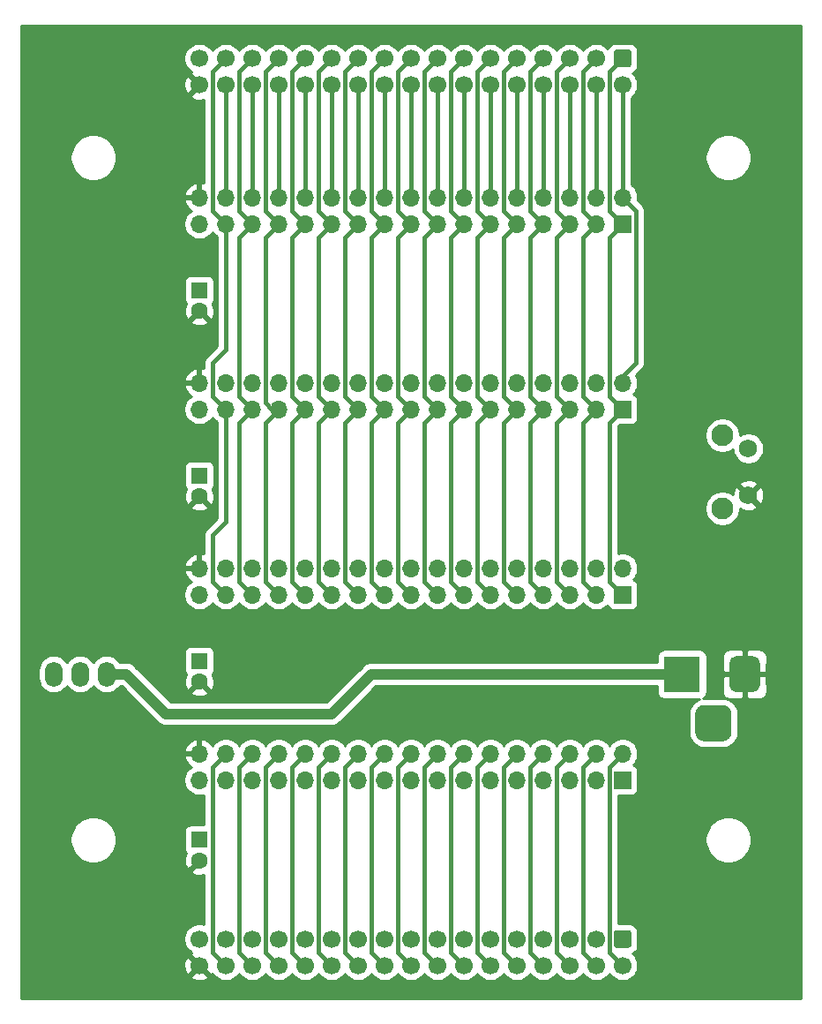
<source format=gbl>
%TF.GenerationSoftware,KiCad,Pcbnew,(5.1.10)-1*%
%TF.CreationDate,2022-01-30T10:28:43+01:00*%
%TF.ProjectId,Oric_BUS,4f726963-5f42-4555-932e-6b696361645f,1.0*%
%TF.SameCoordinates,PX6049a88PY791ddc0*%
%TF.FileFunction,Copper,L2,Bot*%
%TF.FilePolarity,Positive*%
%FSLAX46Y46*%
G04 Gerber Fmt 4.6, Leading zero omitted, Abs format (unit mm)*
G04 Created by KiCad (PCBNEW (5.1.10)-1) date 2022-01-30 10:28:43*
%MOMM*%
%LPD*%
G01*
G04 APERTURE LIST*
%TA.AperFunction,ComponentPad*%
%ADD10C,1.600000*%
%TD*%
%TA.AperFunction,ComponentPad*%
%ADD11R,1.600000X1.600000*%
%TD*%
%TA.AperFunction,ComponentPad*%
%ADD12C,1.700000*%
%TD*%
%TA.AperFunction,ComponentPad*%
%ADD13O,1.700000X1.700000*%
%TD*%
%TA.AperFunction,ComponentPad*%
%ADD14R,1.700000X1.700000*%
%TD*%
%TA.AperFunction,ComponentPad*%
%ADD15C,2.100000*%
%TD*%
%TA.AperFunction,ComponentPad*%
%ADD16C,1.750000*%
%TD*%
%TA.AperFunction,ComponentPad*%
%ADD17R,3.500000X3.500000*%
%TD*%
%TA.AperFunction,ComponentPad*%
%ADD18O,1.700000X2.400000*%
%TD*%
%TA.AperFunction,Conductor*%
%ADD19C,0.400000*%
%TD*%
%TA.AperFunction,Conductor*%
%ADD20C,1.000000*%
%TD*%
%TA.AperFunction,Conductor*%
%ADD21C,0.254000*%
%TD*%
%TA.AperFunction,Conductor*%
%ADD22C,0.100000*%
%TD*%
G04 APERTURE END LIST*
D10*
%TO.P,C4,2*%
%TO.N,GND*%
X17780000Y66580000D03*
D11*
%TO.P,C4,1*%
%TO.N,+5VA*%
X17780000Y68580000D03*
%TD*%
D10*
%TO.P,C3,2*%
%TO.N,GND*%
X17780000Y48800000D03*
D11*
%TO.P,C3,1*%
%TO.N,+5VA*%
X17780000Y50800000D03*
%TD*%
D12*
%TO.P,J5,34*%
%TO.N,GND*%
X17780000Y88265000D03*
%TO.P,J5,32*%
%TO.N,/A11*%
X20320000Y88265000D03*
%TO.P,J5,30*%
%TO.N,/A12*%
X22860000Y88265000D03*
%TO.P,J5,28*%
%TO.N,/A13*%
X25400000Y88265000D03*
%TO.P,J5,26*%
%TO.N,/A14*%
X27940000Y88265000D03*
%TO.P,J5,24*%
%TO.N,/A15*%
X30480000Y88265000D03*
%TO.P,J5,22*%
%TO.N,/D7*%
X33020000Y88265000D03*
%TO.P,J5,20*%
%TO.N,/A4*%
X35560000Y88265000D03*
%TO.P,J5,18*%
%TO.N,/D4*%
X38100000Y88265000D03*
%TO.P,J5,16*%
%TO.N,/D3*%
X40640000Y88265000D03*
%TO.P,J5,14*%
%TO.N,/D6*%
X43180000Y88265000D03*
%TO.P,J5,12*%
%TO.N,/D1*%
X45720000Y88265000D03*
%TO.P,J5,10*%
%TO.N,/D0*%
X48260000Y88265000D03*
%TO.P,J5,8*%
%TO.N,/~IRQ*%
X50800000Y88265000D03*
%TO.P,J5,6*%
%TO.N,/~IOCTRL*%
X53340000Y88265000D03*
%TO.P,J5,4*%
%TO.N,/~RESET*%
X55880000Y88265000D03*
%TO.P,J5,2*%
%TO.N,/~ROMDIS*%
X58420000Y88265000D03*
%TO.P,J5,33*%
%TO.N,+5V*%
X17780000Y90805000D03*
%TO.P,J5,31*%
%TO.N,/A10*%
X20320000Y90805000D03*
%TO.P,J5,29*%
%TO.N,/A9*%
X22860000Y90805000D03*
%TO.P,J5,27*%
%TO.N,/A8*%
X25400000Y90805000D03*
%TO.P,J5,25*%
%TO.N,/A7*%
X27940000Y90805000D03*
%TO.P,J5,23*%
%TO.N,/A6*%
X30480000Y90805000D03*
%TO.P,J5,21*%
%TO.N,/A5*%
X33020000Y90805000D03*
%TO.P,J5,19*%
%TO.N,/D5*%
X35560000Y90805000D03*
%TO.P,J5,17*%
%TO.N,/A2*%
X38100000Y90805000D03*
%TO.P,J5,15*%
%TO.N,/A1*%
X40640000Y90805000D03*
%TO.P,J5,13*%
%TO.N,/A0*%
X43180000Y90805000D03*
%TO.P,J5,11*%
%TO.N,/A3*%
X45720000Y90805000D03*
%TO.P,J5,9*%
%TO.N,/D2*%
X48260000Y90805000D03*
%TO.P,J5,7*%
%TO.N,/R_~W*%
X50800000Y90805000D03*
%TO.P,J5,5*%
%TO.N,/~IO*%
X53340000Y90805000D03*
%TO.P,J5,3*%
%TO.N,/PHI2*%
X55880000Y90805000D03*
%TO.P,J5,1*%
%TO.N,/~MAP*%
%TA.AperFunction,ComponentPad*%
G36*
G01*
X57820000Y91655000D02*
X59020000Y91655000D01*
G75*
G02*
X59270000Y91405000I0J-250000D01*
G01*
X59270000Y90205000D01*
G75*
G02*
X59020000Y89955000I-250000J0D01*
G01*
X57820000Y89955000D01*
G75*
G02*
X57570000Y90205000I0J250000D01*
G01*
X57570000Y91405000D01*
G75*
G02*
X57820000Y91655000I250000J0D01*
G01*
G37*
%TD.AperFunction*%
%TD*%
D13*
%TO.P,J7,34*%
%TO.N,GND*%
X17780000Y77470000D03*
%TO.P,J7,33*%
%TO.N,+5VA*%
X17780000Y74930000D03*
%TO.P,J7,32*%
%TO.N,/A11*%
X20320000Y77470000D03*
%TO.P,J7,31*%
%TO.N,/A10*%
X20320000Y74930000D03*
%TO.P,J7,30*%
%TO.N,/A12*%
X22860000Y77470000D03*
%TO.P,J7,29*%
%TO.N,/A9*%
X22860000Y74930000D03*
%TO.P,J7,28*%
%TO.N,/A13*%
X25400000Y77470000D03*
%TO.P,J7,27*%
%TO.N,/A8*%
X25400000Y74930000D03*
%TO.P,J7,26*%
%TO.N,/A14*%
X27940000Y77470000D03*
%TO.P,J7,25*%
%TO.N,/A7*%
X27940000Y74930000D03*
%TO.P,J7,24*%
%TO.N,/A15*%
X30480000Y77470000D03*
%TO.P,J7,23*%
%TO.N,/A6*%
X30480000Y74930000D03*
%TO.P,J7,22*%
%TO.N,/D7*%
X33020000Y77470000D03*
%TO.P,J7,21*%
%TO.N,/A5*%
X33020000Y74930000D03*
%TO.P,J7,20*%
%TO.N,/A4*%
X35560000Y77470000D03*
%TO.P,J7,19*%
%TO.N,/D5*%
X35560000Y74930000D03*
%TO.P,J7,18*%
%TO.N,/D4*%
X38100000Y77470000D03*
%TO.P,J7,17*%
%TO.N,/A2*%
X38100000Y74930000D03*
%TO.P,J7,16*%
%TO.N,/D3*%
X40640000Y77470000D03*
%TO.P,J7,15*%
%TO.N,/A1*%
X40640000Y74930000D03*
%TO.P,J7,14*%
%TO.N,/D6*%
X43180000Y77470000D03*
%TO.P,J7,13*%
%TO.N,/A0*%
X43180000Y74930000D03*
%TO.P,J7,12*%
%TO.N,/D1*%
X45720000Y77470000D03*
%TO.P,J7,11*%
%TO.N,/A3*%
X45720000Y74930000D03*
%TO.P,J7,10*%
%TO.N,/D0*%
X48260000Y77470000D03*
%TO.P,J7,9*%
%TO.N,/D2*%
X48260000Y74930000D03*
%TO.P,J7,8*%
%TO.N,/~IRQ*%
X50800000Y77470000D03*
%TO.P,J7,7*%
%TO.N,/R_~W*%
X50800000Y74930000D03*
%TO.P,J7,6*%
%TO.N,/~IOCTRL*%
X53340000Y77470000D03*
%TO.P,J7,5*%
%TO.N,/~IO*%
X53340000Y74930000D03*
%TO.P,J7,4*%
%TO.N,/~RESET*%
X55880000Y77470000D03*
%TO.P,J7,3*%
%TO.N,/PHI2*%
X55880000Y74930000D03*
%TO.P,J7,2*%
%TO.N,/~ROMDIS*%
X58420000Y77470000D03*
D14*
%TO.P,J7,1*%
%TO.N,/~MAP*%
X58420000Y74930000D03*
%TD*%
D10*
%TO.P,C1,2*%
%TO.N,GND*%
X17780000Y13875000D03*
D11*
%TO.P,C1,1*%
%TO.N,+5VA*%
X17780000Y15875000D03*
%TD*%
D10*
%TO.P,C2,2*%
%TO.N,GND*%
X17780000Y31020000D03*
D11*
%TO.P,C2,1*%
%TO.N,+5VA*%
X17780000Y33020000D03*
%TD*%
D15*
%TO.P,SW1,*%
%TO.N,*%
X67995000Y47645000D03*
D16*
%TO.P,SW1,1*%
%TO.N,GND*%
X70485000Y48895000D03*
%TO.P,SW1,2*%
%TO.N,/~RESET*%
X70485000Y53395000D03*
D15*
%TO.P,SW1,*%
%TO.N,*%
X67995000Y54655000D03*
%TD*%
D13*
%TO.P,J4,34*%
%TO.N,GND*%
X17780000Y59690000D03*
%TO.P,J4,33*%
%TO.N,+5VA*%
X17780000Y57150000D03*
%TO.P,J4,32*%
%TO.N,/A11*%
X20320000Y59690000D03*
%TO.P,J4,31*%
%TO.N,/A10*%
X20320000Y57150000D03*
%TO.P,J4,30*%
%TO.N,/A12*%
X22860000Y59690000D03*
%TO.P,J4,29*%
%TO.N,/A9*%
X22860000Y57150000D03*
%TO.P,J4,28*%
%TO.N,/A13*%
X25400000Y59690000D03*
%TO.P,J4,27*%
%TO.N,/A8*%
X25400000Y57150000D03*
%TO.P,J4,26*%
%TO.N,/A14*%
X27940000Y59690000D03*
%TO.P,J4,25*%
%TO.N,/A7*%
X27940000Y57150000D03*
%TO.P,J4,24*%
%TO.N,/A15*%
X30480000Y59690000D03*
%TO.P,J4,23*%
%TO.N,/A6*%
X30480000Y57150000D03*
%TO.P,J4,22*%
%TO.N,/D7*%
X33020000Y59690000D03*
%TO.P,J4,21*%
%TO.N,/A5*%
X33020000Y57150000D03*
%TO.P,J4,20*%
%TO.N,/A4*%
X35560000Y59690000D03*
%TO.P,J4,19*%
%TO.N,/D5*%
X35560000Y57150000D03*
%TO.P,J4,18*%
%TO.N,/D4*%
X38100000Y59690000D03*
%TO.P,J4,17*%
%TO.N,/A2*%
X38100000Y57150000D03*
%TO.P,J4,16*%
%TO.N,/D3*%
X40640000Y59690000D03*
%TO.P,J4,15*%
%TO.N,/A1*%
X40640000Y57150000D03*
%TO.P,J4,14*%
%TO.N,/D6*%
X43180000Y59690000D03*
%TO.P,J4,13*%
%TO.N,/A0*%
X43180000Y57150000D03*
%TO.P,J4,12*%
%TO.N,/D1*%
X45720000Y59690000D03*
%TO.P,J4,11*%
%TO.N,/A3*%
X45720000Y57150000D03*
%TO.P,J4,10*%
%TO.N,/D0*%
X48260000Y59690000D03*
%TO.P,J4,9*%
%TO.N,/D2*%
X48260000Y57150000D03*
%TO.P,J4,8*%
%TO.N,/~IRQ*%
X50800000Y59690000D03*
%TO.P,J4,7*%
%TO.N,/R_~W*%
X50800000Y57150000D03*
%TO.P,J4,6*%
%TO.N,/~IOCTRL*%
X53340000Y59690000D03*
%TO.P,J4,5*%
%TO.N,/~IO*%
X53340000Y57150000D03*
%TO.P,J4,4*%
%TO.N,/~RESET*%
X55880000Y59690000D03*
%TO.P,J4,3*%
%TO.N,/PHI2*%
X55880000Y57150000D03*
%TO.P,J4,2*%
%TO.N,/~ROMDIS*%
X58420000Y59690000D03*
D14*
%TO.P,J4,1*%
%TO.N,/~MAP*%
X58420000Y57150000D03*
%TD*%
D13*
%TO.P,J3,34*%
%TO.N,GND*%
X17780000Y41910000D03*
%TO.P,J3,33*%
%TO.N,+5VA*%
X17780000Y39370000D03*
%TO.P,J3,32*%
%TO.N,/A11*%
X20320000Y41910000D03*
%TO.P,J3,31*%
%TO.N,/A10*%
X20320000Y39370000D03*
%TO.P,J3,30*%
%TO.N,/A12*%
X22860000Y41910000D03*
%TO.P,J3,29*%
%TO.N,/A9*%
X22860000Y39370000D03*
%TO.P,J3,28*%
%TO.N,/A13*%
X25400000Y41910000D03*
%TO.P,J3,27*%
%TO.N,/A8*%
X25400000Y39370000D03*
%TO.P,J3,26*%
%TO.N,/A14*%
X27940000Y41910000D03*
%TO.P,J3,25*%
%TO.N,/A7*%
X27940000Y39370000D03*
%TO.P,J3,24*%
%TO.N,/A15*%
X30480000Y41910000D03*
%TO.P,J3,23*%
%TO.N,/A6*%
X30480000Y39370000D03*
%TO.P,J3,22*%
%TO.N,/D7*%
X33020000Y41910000D03*
%TO.P,J3,21*%
%TO.N,/A5*%
X33020000Y39370000D03*
%TO.P,J3,20*%
%TO.N,/A4*%
X35560000Y41910000D03*
%TO.P,J3,19*%
%TO.N,/D5*%
X35560000Y39370000D03*
%TO.P,J3,18*%
%TO.N,/D4*%
X38100000Y41910000D03*
%TO.P,J3,17*%
%TO.N,/A2*%
X38100000Y39370000D03*
%TO.P,J3,16*%
%TO.N,/D3*%
X40640000Y41910000D03*
%TO.P,J3,15*%
%TO.N,/A1*%
X40640000Y39370000D03*
%TO.P,J3,14*%
%TO.N,/D6*%
X43180000Y41910000D03*
%TO.P,J3,13*%
%TO.N,/A0*%
X43180000Y39370000D03*
%TO.P,J3,12*%
%TO.N,/D1*%
X45720000Y41910000D03*
%TO.P,J3,11*%
%TO.N,/A3*%
X45720000Y39370000D03*
%TO.P,J3,10*%
%TO.N,/D0*%
X48260000Y41910000D03*
%TO.P,J3,9*%
%TO.N,/D2*%
X48260000Y39370000D03*
%TO.P,J3,8*%
%TO.N,/~IRQ*%
X50800000Y41910000D03*
%TO.P,J3,7*%
%TO.N,/R_~W*%
X50800000Y39370000D03*
%TO.P,J3,6*%
%TO.N,/~IOCTRL*%
X53340000Y41910000D03*
%TO.P,J3,5*%
%TO.N,/~IO*%
X53340000Y39370000D03*
%TO.P,J3,4*%
%TO.N,/~RESET*%
X55880000Y41910000D03*
%TO.P,J3,3*%
%TO.N,/PHI2*%
X55880000Y39370000D03*
%TO.P,J3,2*%
%TO.N,/~ROMDIS*%
X58420000Y41910000D03*
D14*
%TO.P,J3,1*%
%TO.N,/~MAP*%
X58420000Y39370000D03*
%TD*%
D13*
%TO.P,J2,34*%
%TO.N,GND*%
X17780000Y24130000D03*
%TO.P,J2,33*%
%TO.N,+5VA*%
X17780000Y21590000D03*
%TO.P,J2,32*%
%TO.N,/A11*%
X20320000Y24130000D03*
%TO.P,J2,31*%
%TO.N,/A10*%
X20320000Y21590000D03*
%TO.P,J2,30*%
%TO.N,/A12*%
X22860000Y24130000D03*
%TO.P,J2,29*%
%TO.N,/A9*%
X22860000Y21590000D03*
%TO.P,J2,28*%
%TO.N,/A13*%
X25400000Y24130000D03*
%TO.P,J2,27*%
%TO.N,/A8*%
X25400000Y21590000D03*
%TO.P,J2,26*%
%TO.N,/A14*%
X27940000Y24130000D03*
%TO.P,J2,25*%
%TO.N,/A7*%
X27940000Y21590000D03*
%TO.P,J2,24*%
%TO.N,/A15*%
X30480000Y24130000D03*
%TO.P,J2,23*%
%TO.N,/A6*%
X30480000Y21590000D03*
%TO.P,J2,22*%
%TO.N,/D7*%
X33020000Y24130000D03*
%TO.P,J2,21*%
%TO.N,/A5*%
X33020000Y21590000D03*
%TO.P,J2,20*%
%TO.N,/A4*%
X35560000Y24130000D03*
%TO.P,J2,19*%
%TO.N,/D5*%
X35560000Y21590000D03*
%TO.P,J2,18*%
%TO.N,/D4*%
X38100000Y24130000D03*
%TO.P,J2,17*%
%TO.N,/A2*%
X38100000Y21590000D03*
%TO.P,J2,16*%
%TO.N,/D3*%
X40640000Y24130000D03*
%TO.P,J2,15*%
%TO.N,/A1*%
X40640000Y21590000D03*
%TO.P,J2,14*%
%TO.N,/D6*%
X43180000Y24130000D03*
%TO.P,J2,13*%
%TO.N,/A0*%
X43180000Y21590000D03*
%TO.P,J2,12*%
%TO.N,/D1*%
X45720000Y24130000D03*
%TO.P,J2,11*%
%TO.N,/A3*%
X45720000Y21590000D03*
%TO.P,J2,10*%
%TO.N,/D0*%
X48260000Y24130000D03*
%TO.P,J2,9*%
%TO.N,/D2*%
X48260000Y21590000D03*
%TO.P,J2,8*%
%TO.N,/~IRQ*%
X50800000Y24130000D03*
%TO.P,J2,7*%
%TO.N,/R_~W*%
X50800000Y21590000D03*
%TO.P,J2,6*%
%TO.N,/~IOCTRL*%
X53340000Y24130000D03*
%TO.P,J2,5*%
%TO.N,/~IO*%
X53340000Y21590000D03*
%TO.P,J2,4*%
%TO.N,/~RESET*%
X55880000Y24130000D03*
%TO.P,J2,3*%
%TO.N,/PHI2*%
X55880000Y21590000D03*
%TO.P,J2,2*%
%TO.N,/~ROMDIS*%
X58420000Y24130000D03*
D14*
%TO.P,J2,1*%
%TO.N,/~MAP*%
X58420000Y21590000D03*
%TD*%
%TO.P,J6,3*%
%TO.N,N/C*%
%TA.AperFunction,ComponentPad*%
G36*
G01*
X68885000Y27925000D02*
X68885000Y26175000D01*
G75*
G02*
X68010000Y25300000I-875000J0D01*
G01*
X66260000Y25300000D01*
G75*
G02*
X65385000Y26175000I0J875000D01*
G01*
X65385000Y27925000D01*
G75*
G02*
X66260000Y28800000I875000J0D01*
G01*
X68010000Y28800000D01*
G75*
G02*
X68885000Y27925000I0J-875000D01*
G01*
G37*
%TD.AperFunction*%
%TO.P,J6,2*%
%TO.N,GND*%
%TA.AperFunction,ComponentPad*%
G36*
G01*
X71635000Y32750000D02*
X71635000Y30750000D01*
G75*
G02*
X70885000Y30000000I-750000J0D01*
G01*
X69385000Y30000000D01*
G75*
G02*
X68635000Y30750000I0J750000D01*
G01*
X68635000Y32750000D01*
G75*
G02*
X69385000Y33500000I750000J0D01*
G01*
X70885000Y33500000D01*
G75*
G02*
X71635000Y32750000I0J-750000D01*
G01*
G37*
%TD.AperFunction*%
D17*
%TO.P,J6,1*%
%TO.N,Net-(J6-Pad1)*%
X64135000Y31750000D03*
%TD*%
D18*
%TO.P,JP1,3*%
%TO.N,+5V*%
X3810000Y31750000D03*
%TO.P,JP1,2*%
%TO.N,+5VA*%
X6350000Y31750000D03*
%TO.P,JP1,1*%
%TO.N,Net-(J6-Pad1)*%
X8890000Y31750000D03*
%TD*%
D12*
%TO.P,J1,34*%
%TO.N,GND*%
X17780000Y3810000D03*
%TO.P,J1,32*%
%TO.N,/A11*%
X20320000Y3810000D03*
%TO.P,J1,30*%
%TO.N,/A12*%
X22860000Y3810000D03*
%TO.P,J1,28*%
%TO.N,/A13*%
X25400000Y3810000D03*
%TO.P,J1,26*%
%TO.N,/A14*%
X27940000Y3810000D03*
%TO.P,J1,24*%
%TO.N,/A15*%
X30480000Y3810000D03*
%TO.P,J1,22*%
%TO.N,/D7*%
X33020000Y3810000D03*
%TO.P,J1,20*%
%TO.N,/A4*%
X35560000Y3810000D03*
%TO.P,J1,18*%
%TO.N,/D4*%
X38100000Y3810000D03*
%TO.P,J1,16*%
%TO.N,/D3*%
X40640000Y3810000D03*
%TO.P,J1,14*%
%TO.N,/D6*%
X43180000Y3810000D03*
%TO.P,J1,12*%
%TO.N,/D1*%
X45720000Y3810000D03*
%TO.P,J1,10*%
%TO.N,/D0*%
X48260000Y3810000D03*
%TO.P,J1,8*%
%TO.N,/~IRQ*%
X50800000Y3810000D03*
%TO.P,J1,6*%
%TO.N,/~IOCTRL*%
X53340000Y3810000D03*
%TO.P,J1,4*%
%TO.N,/~RESET*%
X55880000Y3810000D03*
%TO.P,J1,2*%
%TO.N,/~ROMDIS*%
X58420000Y3810000D03*
%TO.P,J1,33*%
%TO.N,+5V*%
X17780000Y6350000D03*
%TO.P,J1,31*%
%TO.N,/A10*%
X20320000Y6350000D03*
%TO.P,J1,29*%
%TO.N,/A9*%
X22860000Y6350000D03*
%TO.P,J1,27*%
%TO.N,/A8*%
X25400000Y6350000D03*
%TO.P,J1,25*%
%TO.N,/A7*%
X27940000Y6350000D03*
%TO.P,J1,23*%
%TO.N,/A6*%
X30480000Y6350000D03*
%TO.P,J1,21*%
%TO.N,/A5*%
X33020000Y6350000D03*
%TO.P,J1,19*%
%TO.N,/D5*%
X35560000Y6350000D03*
%TO.P,J1,17*%
%TO.N,/A2*%
X38100000Y6350000D03*
%TO.P,J1,15*%
%TO.N,/A1*%
X40640000Y6350000D03*
%TO.P,J1,13*%
%TO.N,/A0*%
X43180000Y6350000D03*
%TO.P,J1,11*%
%TO.N,/A3*%
X45720000Y6350000D03*
%TO.P,J1,9*%
%TO.N,/D2*%
X48260000Y6350000D03*
%TO.P,J1,7*%
%TO.N,/R_~W*%
X50800000Y6350000D03*
%TO.P,J1,5*%
%TO.N,/~IO*%
X53340000Y6350000D03*
%TO.P,J1,3*%
%TO.N,/PHI2*%
X55880000Y6350000D03*
%TO.P,J1,1*%
%TO.N,/~MAP*%
%TA.AperFunction,ComponentPad*%
G36*
G01*
X57820000Y7200000D02*
X59020000Y7200000D01*
G75*
G02*
X59270000Y6950000I0J-250000D01*
G01*
X59270000Y5750000D01*
G75*
G02*
X59020000Y5500000I-250000J0D01*
G01*
X57820000Y5500000D01*
G75*
G02*
X57570000Y5750000I0J250000D01*
G01*
X57570000Y6950000D01*
G75*
G02*
X57820000Y7200000I250000J0D01*
G01*
G37*
%TD.AperFunction*%
%TD*%
D19*
%TO.N,/A11*%
X20320000Y88265000D02*
X20320000Y77470000D01*
X20320000Y3810000D02*
X19050000Y5080000D01*
X19050000Y5080000D02*
X19050000Y22860000D01*
X19050000Y22860000D02*
X20320000Y24130000D01*
%TO.N,/A12*%
X22860000Y88265000D02*
X22860000Y77470000D01*
X22860000Y24130000D02*
X21590000Y22860000D01*
X21590000Y22860000D02*
X21590000Y5080000D01*
X21590000Y5080000D02*
X22860000Y3810000D01*
%TO.N,/A13*%
X25400000Y88265000D02*
X25400000Y77470000D01*
X24130000Y22860000D02*
X25400000Y24130000D01*
X24130000Y5080000D02*
X24130000Y22860000D01*
X25400000Y3810000D02*
X24130000Y5080000D01*
%TO.N,/A14*%
X27940000Y88265000D02*
X27940000Y77470000D01*
X27940000Y24130000D02*
X26670000Y22860000D01*
X26670000Y22860000D02*
X26670000Y5080000D01*
X26670000Y5080000D02*
X27940000Y3810000D01*
%TO.N,/A15*%
X30480000Y88265000D02*
X30480000Y77470000D01*
X30480000Y3810000D02*
X29210000Y5080000D01*
X29210000Y5080000D02*
X29210000Y22860000D01*
X29210000Y22860000D02*
X30480000Y24130000D01*
%TO.N,/D7*%
X33020000Y88265000D02*
X33020000Y77470000D01*
X33020000Y24130000D02*
X31750000Y22860000D01*
X31750000Y22860000D02*
X31750000Y5080000D01*
X31750000Y5080000D02*
X33020000Y3810000D01*
%TO.N,/A4*%
X35560000Y77470000D02*
X35560000Y88265000D01*
X35560000Y24130000D02*
X34290000Y22860000D01*
X34290000Y22860000D02*
X34290000Y5080000D01*
X34290000Y5080000D02*
X35560000Y3810000D01*
%TO.N,/D4*%
X38100000Y88265000D02*
X38100000Y77470000D01*
X36830000Y5080000D02*
X38100000Y3810000D01*
X36830000Y22860000D02*
X36830000Y5080000D01*
X38100000Y24130000D02*
X36830000Y22860000D01*
%TO.N,/D3*%
X40640000Y77470000D02*
X40640000Y88265000D01*
X40640000Y3810000D02*
X39370000Y5080000D01*
X39370000Y5080000D02*
X39370000Y22860000D01*
X39370000Y22860000D02*
X40640000Y24130000D01*
%TO.N,/D6*%
X43180000Y88265000D02*
X43180000Y77470000D01*
X41910000Y5080000D02*
X43180000Y3810000D01*
X41910000Y22860000D02*
X41910000Y5080000D01*
X43180000Y24130000D02*
X41910000Y22860000D01*
%TO.N,/D1*%
X45720000Y77470000D02*
X45720000Y88265000D01*
X45720000Y24130000D02*
X44450000Y22860000D01*
X44450000Y22860000D02*
X44450000Y5080000D01*
X44450000Y5080000D02*
X45720000Y3810000D01*
%TO.N,/D0*%
X48260000Y88265000D02*
X48260000Y77470000D01*
X46990000Y5080000D02*
X48260000Y3810000D01*
X46990000Y22860000D02*
X46990000Y5080000D01*
X48260000Y24130000D02*
X46990000Y22860000D01*
%TO.N,/~IRQ*%
X50800000Y77470000D02*
X50800000Y88265000D01*
X50800000Y3810000D02*
X49530000Y5080000D01*
X49530000Y5080000D02*
X49530000Y22860000D01*
X49530000Y22860000D02*
X50800000Y24130000D01*
%TO.N,/~IOCTRL*%
X53340000Y88265000D02*
X53340000Y77470000D01*
X53340000Y24130000D02*
X52070000Y22860000D01*
X52070000Y22860000D02*
X52070000Y5080000D01*
X52070000Y5080000D02*
X53340000Y3810000D01*
%TO.N,/~RESET*%
X55880000Y77470000D02*
X55880000Y88265000D01*
X55880000Y3810000D02*
X54610000Y5080000D01*
X54610000Y5080000D02*
X54610000Y22860000D01*
X54610000Y22860000D02*
X55880000Y24130000D01*
%TO.N,/~ROMDIS*%
X58420000Y88265000D02*
X58420000Y77470000D01*
X58420000Y24130000D02*
X57150000Y22860000D01*
X57150000Y22860000D02*
X57150000Y5080000D01*
X57150000Y5080000D02*
X57785000Y4445000D01*
X57785000Y4445000D02*
X58420000Y3810000D01*
X58420000Y59690000D02*
X58420000Y60325000D01*
X58420000Y60325000D02*
X59690000Y61595000D01*
X59690000Y76200000D02*
X59055000Y76835000D01*
X59690000Y61595000D02*
X59690000Y76200000D01*
X58420000Y77470000D02*
X59055000Y76835000D01*
%TO.N,/A10*%
X19050000Y40640000D02*
X20320000Y39370000D01*
X20320000Y74930000D02*
X20320000Y62865000D01*
X20320000Y62865000D02*
X19050000Y61595000D01*
X19050000Y58420000D02*
X20320000Y57150000D01*
X19050000Y61595000D02*
X19050000Y58420000D01*
X20320000Y46355000D02*
X19050000Y45085000D01*
X20320000Y57150000D02*
X20320000Y46355000D01*
X19050000Y45085000D02*
X19050000Y40640000D01*
X20320000Y90805000D02*
X19050000Y89535000D01*
X19050000Y89535000D02*
X19050000Y76200000D01*
X19050000Y76200000D02*
X20320000Y74930000D01*
%TO.N,/A9*%
X22860000Y39370000D02*
X22225000Y39370000D01*
X22860000Y39370000D02*
X21590000Y40640000D01*
X21590000Y40640000D02*
X21590000Y55880000D01*
X21590000Y55880000D02*
X22860000Y57150000D01*
X22860000Y74930000D02*
X22860000Y74295000D01*
X22860000Y74930000D02*
X21590000Y73660000D01*
X21590000Y73660000D02*
X21590000Y58420000D01*
X21590000Y58420000D02*
X22860000Y57150000D01*
X22860000Y74930000D02*
X21590000Y76200000D01*
X21590000Y76200000D02*
X21590000Y89535000D01*
X21590000Y89535000D02*
X22860000Y90805000D01*
%TO.N,/A8*%
X25400000Y57150000D02*
X24130000Y55880000D01*
X24130000Y55880000D02*
X24130000Y40640000D01*
X24130000Y40640000D02*
X25400000Y39370000D01*
X25400000Y57150000D02*
X24765000Y57150000D01*
X24765000Y57150000D02*
X24130000Y57785000D01*
X24130000Y73660000D02*
X25400000Y74930000D01*
X24130000Y57785000D02*
X24130000Y73660000D01*
X25400000Y90805000D02*
X24130000Y89535000D01*
X24130000Y89535000D02*
X24130000Y76200000D01*
X24130000Y76200000D02*
X25400000Y74930000D01*
%TO.N,/A7*%
X26670000Y55880000D02*
X27940000Y57150000D01*
X26670000Y40640000D02*
X26670000Y55880000D01*
X27940000Y39370000D02*
X26670000Y40640000D01*
X27940000Y57150000D02*
X26670000Y58420000D01*
X26670000Y58420000D02*
X26670000Y73660000D01*
X26670000Y73660000D02*
X27940000Y74930000D01*
X27940000Y74930000D02*
X26670000Y76200000D01*
X26670000Y76200000D02*
X26670000Y89535000D01*
X26670000Y89535000D02*
X27940000Y90805000D01*
%TO.N,/A6*%
X30480000Y39370000D02*
X29210000Y40640000D01*
X29210000Y40640000D02*
X29210000Y55880000D01*
X29210000Y55880000D02*
X30480000Y57150000D01*
X29210000Y73660000D02*
X30480000Y74930000D01*
X29210000Y58420000D02*
X29210000Y73660000D01*
X30480000Y57150000D02*
X29210000Y58420000D01*
X30480000Y74930000D02*
X29845000Y74930000D01*
X30480000Y74930000D02*
X29210000Y76200000D01*
X29210000Y76200000D02*
X29210000Y89535000D01*
X29210000Y89535000D02*
X30480000Y90805000D01*
%TO.N,/A5*%
X33020000Y39370000D02*
X31750000Y40640000D01*
X31750000Y40640000D02*
X31750000Y55880000D01*
X31750000Y55880000D02*
X33020000Y57150000D01*
X33020000Y74930000D02*
X31750000Y73660000D01*
X31750000Y73660000D02*
X31750000Y58420000D01*
X31750000Y58420000D02*
X33020000Y57150000D01*
X33020000Y90805000D02*
X31750000Y89535000D01*
X31750000Y89535000D02*
X31750000Y76200000D01*
X31750000Y76200000D02*
X33020000Y74930000D01*
%TO.N,/D5*%
X35560000Y57150000D02*
X34290000Y55880000D01*
X34290000Y55880000D02*
X34290000Y40640000D01*
X34290000Y40640000D02*
X35560000Y39370000D01*
X35560000Y57150000D02*
X35560000Y57785000D01*
X35560000Y57150000D02*
X34290000Y58420000D01*
X34290000Y58420000D02*
X34290000Y73660000D01*
X34290000Y73660000D02*
X35560000Y74930000D01*
X35560000Y74930000D02*
X34925000Y74930000D01*
X35560000Y74930000D02*
X34290000Y76200000D01*
X34290000Y76200000D02*
X34290000Y89535000D01*
X34290000Y89535000D02*
X35560000Y90805000D01*
%TO.N,/A2*%
X38100000Y57150000D02*
X36830000Y55880000D01*
X36830000Y55880000D02*
X36830000Y40640000D01*
X36830000Y40640000D02*
X38100000Y39370000D01*
X38100000Y74930000D02*
X36830000Y73660000D01*
X36830000Y73660000D02*
X36830000Y58420000D01*
X36830000Y58420000D02*
X38100000Y57150000D01*
X38100000Y90805000D02*
X36830000Y89535000D01*
X36830000Y89535000D02*
X36830000Y76200000D01*
X36830000Y76200000D02*
X38100000Y74930000D01*
%TO.N,/A1*%
X40640000Y39370000D02*
X39370000Y40640000D01*
X39370000Y40640000D02*
X39370000Y55880000D01*
X39370000Y55880000D02*
X40640000Y57150000D01*
X40640000Y57150000D02*
X39370000Y58420000D01*
X39370000Y58420000D02*
X39370000Y73660000D01*
X39370000Y73660000D02*
X40640000Y74930000D01*
X39370000Y89535000D02*
X40640000Y90805000D01*
X39370000Y76200000D02*
X39370000Y89535000D01*
X40640000Y74930000D02*
X39370000Y76200000D01*
%TO.N,/A0*%
X43180000Y57150000D02*
X41910000Y55880000D01*
X41910000Y55880000D02*
X41910000Y40640000D01*
X41910000Y40640000D02*
X43180000Y39370000D01*
X43180000Y74930000D02*
X41910000Y73660000D01*
X41910000Y73660000D02*
X41910000Y58420000D01*
X41910000Y58420000D02*
X43180000Y57150000D01*
X43180000Y90805000D02*
X41910000Y89535000D01*
X41910000Y89535000D02*
X41910000Y76200000D01*
X41910000Y76200000D02*
X43180000Y74930000D01*
%TO.N,/A3*%
X45720000Y39370000D02*
X44450000Y40640000D01*
X44450000Y40640000D02*
X44450000Y55880000D01*
X44450000Y55880000D02*
X45720000Y57150000D01*
X45720000Y57150000D02*
X44450000Y58420000D01*
X44450000Y58420000D02*
X44450000Y73660000D01*
X44450000Y73660000D02*
X45720000Y74930000D01*
X45720000Y74930000D02*
X44450000Y76200000D01*
X44450000Y76200000D02*
X44450000Y89535000D01*
X44450000Y89535000D02*
X45720000Y90805000D01*
%TO.N,/D2*%
X48260000Y57150000D02*
X46990000Y55880000D01*
X46990000Y55880000D02*
X46990000Y40640000D01*
X46990000Y40640000D02*
X48260000Y39370000D01*
X48260000Y74930000D02*
X46990000Y73660000D01*
X46990000Y73660000D02*
X46990000Y58420000D01*
X46990000Y58420000D02*
X48260000Y57150000D01*
X48260000Y90805000D02*
X46990000Y89535000D01*
X46990000Y89535000D02*
X46990000Y76200000D01*
X46990000Y76200000D02*
X48260000Y74930000D01*
%TO.N,/R_~W*%
X50800000Y21590000D02*
X50165000Y21590000D01*
X50800000Y39370000D02*
X49530000Y40640000D01*
X49530000Y40640000D02*
X49530000Y55880000D01*
X49530000Y55880000D02*
X50800000Y57150000D01*
X50800000Y57150000D02*
X49530000Y58420000D01*
X49530000Y58420000D02*
X49530000Y73660000D01*
X49530000Y73660000D02*
X50800000Y74930000D01*
X50800000Y74930000D02*
X49530000Y76200000D01*
X49530000Y76200000D02*
X49530000Y89535000D01*
X49530000Y89535000D02*
X50800000Y90805000D01*
%TO.N,/~IO*%
X53340000Y57150000D02*
X52070000Y55880000D01*
X52070000Y55880000D02*
X52070000Y40640000D01*
X52070000Y40640000D02*
X53340000Y39370000D01*
X53340000Y74930000D02*
X52070000Y73660000D01*
X52070000Y73660000D02*
X52070000Y58420000D01*
X52070000Y58420000D02*
X53340000Y57150000D01*
X53340000Y90805000D02*
X52070000Y89535000D01*
X52070000Y89535000D02*
X52070000Y76200000D01*
X52070000Y76200000D02*
X53340000Y74930000D01*
%TO.N,/PHI2*%
X55880000Y39370000D02*
X54610000Y40640000D01*
X54610000Y40640000D02*
X54610000Y55880000D01*
X54610000Y55880000D02*
X55880000Y57150000D01*
X55880000Y57150000D02*
X54610000Y58420000D01*
X54610000Y58420000D02*
X54610000Y73660000D01*
X54610000Y73660000D02*
X55880000Y74930000D01*
X55880000Y74930000D02*
X54610000Y76200000D01*
X54610000Y76200000D02*
X54610000Y89535000D01*
X54610000Y89535000D02*
X55880000Y90805000D01*
%TO.N,/~MAP*%
X58420000Y57150000D02*
X57150000Y55880000D01*
X57150000Y55880000D02*
X57150000Y40640000D01*
X57150000Y40640000D02*
X58420000Y39370000D01*
X58420000Y74930000D02*
X57150000Y73660000D01*
X57150000Y73660000D02*
X57150000Y58420000D01*
X57150000Y58420000D02*
X58420000Y57150000D01*
X58420000Y90805000D02*
X57150000Y89535000D01*
X57150000Y89535000D02*
X57150000Y76200000D01*
X57150000Y76200000D02*
X58420000Y74930000D01*
D20*
%TO.N,Net-(J6-Pad1)*%
X64135000Y31750000D02*
X34290000Y31750000D01*
X34290000Y31750000D02*
X30480000Y27940000D01*
X30480000Y27940000D02*
X14605000Y27940000D01*
X10795000Y31750000D02*
X8890000Y31750000D01*
X14605000Y27940000D02*
X10795000Y31750000D01*
%TD*%
D21*
%TO.N,GND*%
X75540001Y660000D02*
X660000Y660000D01*
X660000Y2781603D01*
X16931208Y2781603D01*
X17008843Y2532528D01*
X17272883Y2406629D01*
X17556411Y2334661D01*
X17848531Y2319389D01*
X18138019Y2361401D01*
X18413747Y2459081D01*
X18551157Y2532528D01*
X18628792Y2781603D01*
X17780000Y3630395D01*
X16931208Y2781603D01*
X660000Y2781603D01*
X660000Y3741469D01*
X16289389Y3741469D01*
X16331401Y3451981D01*
X16429081Y3176253D01*
X16502528Y3038843D01*
X16751603Y2961208D01*
X17600395Y3810000D01*
X16751603Y4658792D01*
X16502528Y4581157D01*
X16376629Y4317117D01*
X16304661Y4033589D01*
X16289389Y3741469D01*
X660000Y3741469D01*
X660000Y16095128D01*
X5385000Y16095128D01*
X5385000Y15654872D01*
X5470890Y15223075D01*
X5639369Y14816331D01*
X5883962Y14450271D01*
X6195271Y14138962D01*
X6561331Y13894369D01*
X6968075Y13725890D01*
X7399872Y13640000D01*
X7840128Y13640000D01*
X8271925Y13725890D01*
X8678669Y13894369D01*
X9044729Y14138962D01*
X9356038Y14450271D01*
X9600631Y14816331D01*
X9769110Y15223075D01*
X9855000Y15654872D01*
X9855000Y16095128D01*
X9769110Y16526925D01*
X9600631Y16933669D01*
X9356038Y17299729D01*
X9044729Y17611038D01*
X8678669Y17855631D01*
X8271925Y18024110D01*
X7840128Y18110000D01*
X7399872Y18110000D01*
X6968075Y18024110D01*
X6561331Y17855631D01*
X6195271Y17611038D01*
X5883962Y17299729D01*
X5639369Y16933669D01*
X5470890Y16526925D01*
X5385000Y16095128D01*
X660000Y16095128D01*
X660000Y21736260D01*
X16295000Y21736260D01*
X16295000Y21443740D01*
X16352068Y21156842D01*
X16464010Y20886589D01*
X16626525Y20643368D01*
X16833368Y20436525D01*
X17076589Y20274010D01*
X17346842Y20162068D01*
X17633740Y20105000D01*
X17926260Y20105000D01*
X18213158Y20162068D01*
X18215001Y20162831D01*
X18215001Y17313072D01*
X16980000Y17313072D01*
X16855518Y17300812D01*
X16735820Y17264502D01*
X16625506Y17205537D01*
X16528815Y17126185D01*
X16449463Y17029494D01*
X16390498Y16919180D01*
X16354188Y16799482D01*
X16341928Y16675000D01*
X16341928Y15075000D01*
X16354188Y14950518D01*
X16390498Y14830820D01*
X16449463Y14720506D01*
X16528815Y14623815D01*
X16541758Y14613193D01*
X16422429Y14361004D01*
X16353700Y14086816D01*
X16339783Y13804488D01*
X16381213Y13524870D01*
X16476397Y13258708D01*
X16543329Y13133486D01*
X16787298Y13061903D01*
X17600395Y13875000D01*
X17586253Y13889142D01*
X17765858Y14068747D01*
X17780000Y14054605D01*
X17794143Y14068747D01*
X17973748Y13889142D01*
X17959605Y13875000D01*
X17973748Y13860857D01*
X17794143Y13681252D01*
X17780000Y13695395D01*
X16966903Y12882298D01*
X17038486Y12638329D01*
X17293996Y12517429D01*
X17568184Y12448700D01*
X17850512Y12434783D01*
X18130130Y12476213D01*
X18215000Y12506564D01*
X18215000Y7777169D01*
X18213158Y7777932D01*
X17926260Y7835000D01*
X17633740Y7835000D01*
X17346842Y7777932D01*
X17076589Y7665990D01*
X16833368Y7503475D01*
X16626525Y7296632D01*
X16464010Y7053411D01*
X16352068Y6783158D01*
X16295000Y6496260D01*
X16295000Y6203740D01*
X16352068Y5916842D01*
X16464010Y5646589D01*
X16626525Y5403368D01*
X16833368Y5196525D01*
X17006729Y5080689D01*
X16931208Y4838397D01*
X17780000Y3989605D01*
X17794143Y4003747D01*
X17973748Y3824142D01*
X17959605Y3810000D01*
X18808397Y2961208D01*
X19050689Y3036729D01*
X19166525Y2863368D01*
X19373368Y2656525D01*
X19616589Y2494010D01*
X19886842Y2382068D01*
X20173740Y2325000D01*
X20466260Y2325000D01*
X20753158Y2382068D01*
X21023411Y2494010D01*
X21266632Y2656525D01*
X21473475Y2863368D01*
X21590000Y3037760D01*
X21706525Y2863368D01*
X21913368Y2656525D01*
X22156589Y2494010D01*
X22426842Y2382068D01*
X22713740Y2325000D01*
X23006260Y2325000D01*
X23293158Y2382068D01*
X23563411Y2494010D01*
X23806632Y2656525D01*
X24013475Y2863368D01*
X24130000Y3037760D01*
X24246525Y2863368D01*
X24453368Y2656525D01*
X24696589Y2494010D01*
X24966842Y2382068D01*
X25253740Y2325000D01*
X25546260Y2325000D01*
X25833158Y2382068D01*
X26103411Y2494010D01*
X26346632Y2656525D01*
X26553475Y2863368D01*
X26670000Y3037760D01*
X26786525Y2863368D01*
X26993368Y2656525D01*
X27236589Y2494010D01*
X27506842Y2382068D01*
X27793740Y2325000D01*
X28086260Y2325000D01*
X28373158Y2382068D01*
X28643411Y2494010D01*
X28886632Y2656525D01*
X29093475Y2863368D01*
X29210000Y3037760D01*
X29326525Y2863368D01*
X29533368Y2656525D01*
X29776589Y2494010D01*
X30046842Y2382068D01*
X30333740Y2325000D01*
X30626260Y2325000D01*
X30913158Y2382068D01*
X31183411Y2494010D01*
X31426632Y2656525D01*
X31633475Y2863368D01*
X31750000Y3037760D01*
X31866525Y2863368D01*
X32073368Y2656525D01*
X32316589Y2494010D01*
X32586842Y2382068D01*
X32873740Y2325000D01*
X33166260Y2325000D01*
X33453158Y2382068D01*
X33723411Y2494010D01*
X33966632Y2656525D01*
X34173475Y2863368D01*
X34290000Y3037760D01*
X34406525Y2863368D01*
X34613368Y2656525D01*
X34856589Y2494010D01*
X35126842Y2382068D01*
X35413740Y2325000D01*
X35706260Y2325000D01*
X35993158Y2382068D01*
X36263411Y2494010D01*
X36506632Y2656525D01*
X36713475Y2863368D01*
X36830000Y3037760D01*
X36946525Y2863368D01*
X37153368Y2656525D01*
X37396589Y2494010D01*
X37666842Y2382068D01*
X37953740Y2325000D01*
X38246260Y2325000D01*
X38533158Y2382068D01*
X38803411Y2494010D01*
X39046632Y2656525D01*
X39253475Y2863368D01*
X39370000Y3037760D01*
X39486525Y2863368D01*
X39693368Y2656525D01*
X39936589Y2494010D01*
X40206842Y2382068D01*
X40493740Y2325000D01*
X40786260Y2325000D01*
X41073158Y2382068D01*
X41343411Y2494010D01*
X41586632Y2656525D01*
X41793475Y2863368D01*
X41910000Y3037760D01*
X42026525Y2863368D01*
X42233368Y2656525D01*
X42476589Y2494010D01*
X42746842Y2382068D01*
X43033740Y2325000D01*
X43326260Y2325000D01*
X43613158Y2382068D01*
X43883411Y2494010D01*
X44126632Y2656525D01*
X44333475Y2863368D01*
X44450000Y3037760D01*
X44566525Y2863368D01*
X44773368Y2656525D01*
X45016589Y2494010D01*
X45286842Y2382068D01*
X45573740Y2325000D01*
X45866260Y2325000D01*
X46153158Y2382068D01*
X46423411Y2494010D01*
X46666632Y2656525D01*
X46873475Y2863368D01*
X46990000Y3037760D01*
X47106525Y2863368D01*
X47313368Y2656525D01*
X47556589Y2494010D01*
X47826842Y2382068D01*
X48113740Y2325000D01*
X48406260Y2325000D01*
X48693158Y2382068D01*
X48963411Y2494010D01*
X49206632Y2656525D01*
X49413475Y2863368D01*
X49530000Y3037760D01*
X49646525Y2863368D01*
X49853368Y2656525D01*
X50096589Y2494010D01*
X50366842Y2382068D01*
X50653740Y2325000D01*
X50946260Y2325000D01*
X51233158Y2382068D01*
X51503411Y2494010D01*
X51746632Y2656525D01*
X51953475Y2863368D01*
X52070000Y3037760D01*
X52186525Y2863368D01*
X52393368Y2656525D01*
X52636589Y2494010D01*
X52906842Y2382068D01*
X53193740Y2325000D01*
X53486260Y2325000D01*
X53773158Y2382068D01*
X54043411Y2494010D01*
X54286632Y2656525D01*
X54493475Y2863368D01*
X54610000Y3037760D01*
X54726525Y2863368D01*
X54933368Y2656525D01*
X55176589Y2494010D01*
X55446842Y2382068D01*
X55733740Y2325000D01*
X56026260Y2325000D01*
X56313158Y2382068D01*
X56583411Y2494010D01*
X56826632Y2656525D01*
X57033475Y2863368D01*
X57150000Y3037760D01*
X57266525Y2863368D01*
X57473368Y2656525D01*
X57716589Y2494010D01*
X57986842Y2382068D01*
X58273740Y2325000D01*
X58566260Y2325000D01*
X58853158Y2382068D01*
X59123411Y2494010D01*
X59366632Y2656525D01*
X59573475Y2863368D01*
X59735990Y3106589D01*
X59847932Y3376842D01*
X59905000Y3663740D01*
X59905000Y3956260D01*
X59847932Y4243158D01*
X59735990Y4513411D01*
X59573475Y4756632D01*
X59386392Y4943715D01*
X59513386Y5011595D01*
X59647962Y5122038D01*
X59758405Y5256614D01*
X59840472Y5410150D01*
X59891008Y5576746D01*
X59908072Y5750000D01*
X59908072Y6950000D01*
X59891008Y7123254D01*
X59840472Y7289850D01*
X59758405Y7443386D01*
X59647962Y7577962D01*
X59513386Y7688405D01*
X59359850Y7770472D01*
X59193254Y7821008D01*
X59020000Y7838072D01*
X57985000Y7838072D01*
X57985000Y16095128D01*
X66345000Y16095128D01*
X66345000Y15654872D01*
X66430890Y15223075D01*
X66599369Y14816331D01*
X66843962Y14450271D01*
X67155271Y14138962D01*
X67521331Y13894369D01*
X67928075Y13725890D01*
X68359872Y13640000D01*
X68800128Y13640000D01*
X69231925Y13725890D01*
X69638669Y13894369D01*
X70004729Y14138962D01*
X70316038Y14450271D01*
X70560631Y14816331D01*
X70729110Y15223075D01*
X70815000Y15654872D01*
X70815000Y16095128D01*
X70729110Y16526925D01*
X70560631Y16933669D01*
X70316038Y17299729D01*
X70004729Y17611038D01*
X69638669Y17855631D01*
X69231925Y18024110D01*
X68800128Y18110000D01*
X68359872Y18110000D01*
X67928075Y18024110D01*
X67521331Y17855631D01*
X67155271Y17611038D01*
X66843962Y17299729D01*
X66599369Y16933669D01*
X66430890Y16526925D01*
X66345000Y16095128D01*
X57985000Y16095128D01*
X57985000Y20101928D01*
X59270000Y20101928D01*
X59394482Y20114188D01*
X59514180Y20150498D01*
X59624494Y20209463D01*
X59721185Y20288815D01*
X59800537Y20385506D01*
X59859502Y20495820D01*
X59895812Y20615518D01*
X59908072Y20740000D01*
X59908072Y22440000D01*
X59895812Y22564482D01*
X59859502Y22684180D01*
X59800537Y22794494D01*
X59721185Y22891185D01*
X59624494Y22970537D01*
X59514180Y23029502D01*
X59441620Y23051513D01*
X59573475Y23183368D01*
X59735990Y23426589D01*
X59847932Y23696842D01*
X59905000Y23983740D01*
X59905000Y24276260D01*
X59847932Y24563158D01*
X59735990Y24833411D01*
X59573475Y25076632D01*
X59366632Y25283475D01*
X59123411Y25445990D01*
X58853158Y25557932D01*
X58566260Y25615000D01*
X58273740Y25615000D01*
X57986842Y25557932D01*
X57716589Y25445990D01*
X57473368Y25283475D01*
X57266525Y25076632D01*
X57150000Y24902240D01*
X57033475Y25076632D01*
X56826632Y25283475D01*
X56583411Y25445990D01*
X56313158Y25557932D01*
X56026260Y25615000D01*
X55733740Y25615000D01*
X55446842Y25557932D01*
X55176589Y25445990D01*
X54933368Y25283475D01*
X54726525Y25076632D01*
X54610000Y24902240D01*
X54493475Y25076632D01*
X54286632Y25283475D01*
X54043411Y25445990D01*
X53773158Y25557932D01*
X53486260Y25615000D01*
X53193740Y25615000D01*
X52906842Y25557932D01*
X52636589Y25445990D01*
X52393368Y25283475D01*
X52186525Y25076632D01*
X52070000Y24902240D01*
X51953475Y25076632D01*
X51746632Y25283475D01*
X51503411Y25445990D01*
X51233158Y25557932D01*
X50946260Y25615000D01*
X50653740Y25615000D01*
X50366842Y25557932D01*
X50096589Y25445990D01*
X49853368Y25283475D01*
X49646525Y25076632D01*
X49530000Y24902240D01*
X49413475Y25076632D01*
X49206632Y25283475D01*
X48963411Y25445990D01*
X48693158Y25557932D01*
X48406260Y25615000D01*
X48113740Y25615000D01*
X47826842Y25557932D01*
X47556589Y25445990D01*
X47313368Y25283475D01*
X47106525Y25076632D01*
X46990000Y24902240D01*
X46873475Y25076632D01*
X46666632Y25283475D01*
X46423411Y25445990D01*
X46153158Y25557932D01*
X45866260Y25615000D01*
X45573740Y25615000D01*
X45286842Y25557932D01*
X45016589Y25445990D01*
X44773368Y25283475D01*
X44566525Y25076632D01*
X44450000Y24902240D01*
X44333475Y25076632D01*
X44126632Y25283475D01*
X43883411Y25445990D01*
X43613158Y25557932D01*
X43326260Y25615000D01*
X43033740Y25615000D01*
X42746842Y25557932D01*
X42476589Y25445990D01*
X42233368Y25283475D01*
X42026525Y25076632D01*
X41910000Y24902240D01*
X41793475Y25076632D01*
X41586632Y25283475D01*
X41343411Y25445990D01*
X41073158Y25557932D01*
X40786260Y25615000D01*
X40493740Y25615000D01*
X40206842Y25557932D01*
X39936589Y25445990D01*
X39693368Y25283475D01*
X39486525Y25076632D01*
X39370000Y24902240D01*
X39253475Y25076632D01*
X39046632Y25283475D01*
X38803411Y25445990D01*
X38533158Y25557932D01*
X38246260Y25615000D01*
X37953740Y25615000D01*
X37666842Y25557932D01*
X37396589Y25445990D01*
X37153368Y25283475D01*
X36946525Y25076632D01*
X36830000Y24902240D01*
X36713475Y25076632D01*
X36506632Y25283475D01*
X36263411Y25445990D01*
X35993158Y25557932D01*
X35706260Y25615000D01*
X35413740Y25615000D01*
X35126842Y25557932D01*
X34856589Y25445990D01*
X34613368Y25283475D01*
X34406525Y25076632D01*
X34290000Y24902240D01*
X34173475Y25076632D01*
X33966632Y25283475D01*
X33723411Y25445990D01*
X33453158Y25557932D01*
X33166260Y25615000D01*
X32873740Y25615000D01*
X32586842Y25557932D01*
X32316589Y25445990D01*
X32073368Y25283475D01*
X31866525Y25076632D01*
X31750000Y24902240D01*
X31633475Y25076632D01*
X31426632Y25283475D01*
X31183411Y25445990D01*
X30913158Y25557932D01*
X30626260Y25615000D01*
X30333740Y25615000D01*
X30046842Y25557932D01*
X29776589Y25445990D01*
X29533368Y25283475D01*
X29326525Y25076632D01*
X29210000Y24902240D01*
X29093475Y25076632D01*
X28886632Y25283475D01*
X28643411Y25445990D01*
X28373158Y25557932D01*
X28086260Y25615000D01*
X27793740Y25615000D01*
X27506842Y25557932D01*
X27236589Y25445990D01*
X26993368Y25283475D01*
X26786525Y25076632D01*
X26670000Y24902240D01*
X26553475Y25076632D01*
X26346632Y25283475D01*
X26103411Y25445990D01*
X25833158Y25557932D01*
X25546260Y25615000D01*
X25253740Y25615000D01*
X24966842Y25557932D01*
X24696589Y25445990D01*
X24453368Y25283475D01*
X24246525Y25076632D01*
X24130000Y24902240D01*
X24013475Y25076632D01*
X23806632Y25283475D01*
X23563411Y25445990D01*
X23293158Y25557932D01*
X23006260Y25615000D01*
X22713740Y25615000D01*
X22426842Y25557932D01*
X22156589Y25445990D01*
X21913368Y25283475D01*
X21706525Y25076632D01*
X21590000Y24902240D01*
X21473475Y25076632D01*
X21266632Y25283475D01*
X21023411Y25445990D01*
X20753158Y25557932D01*
X20466260Y25615000D01*
X20173740Y25615000D01*
X19886842Y25557932D01*
X19616589Y25445990D01*
X19373368Y25283475D01*
X19166525Y25076632D01*
X19044805Y24894466D01*
X18975178Y25011355D01*
X18780269Y25227588D01*
X18546920Y25401641D01*
X18284099Y25526825D01*
X18136890Y25571476D01*
X17907000Y25450155D01*
X17907000Y24257000D01*
X17927000Y24257000D01*
X17927000Y24003000D01*
X17907000Y24003000D01*
X17907000Y23983000D01*
X17653000Y23983000D01*
X17653000Y24003000D01*
X16459186Y24003000D01*
X16338519Y23773109D01*
X16435843Y23498748D01*
X16584822Y23248645D01*
X16779731Y23032412D01*
X17009406Y22861100D01*
X16833368Y22743475D01*
X16626525Y22536632D01*
X16464010Y22293411D01*
X16352068Y22023158D01*
X16295000Y21736260D01*
X660000Y21736260D01*
X660000Y24486891D01*
X16338519Y24486891D01*
X16459186Y24257000D01*
X17653000Y24257000D01*
X17653000Y25450155D01*
X17423110Y25571476D01*
X17275901Y25526825D01*
X17013080Y25401641D01*
X16779731Y25227588D01*
X16584822Y25011355D01*
X16435843Y24761252D01*
X16338519Y24486891D01*
X660000Y24486891D01*
X660000Y32172950D01*
X2325000Y32172950D01*
X2325000Y31327051D01*
X2346487Y31108890D01*
X2431401Y30828967D01*
X2569294Y30570987D01*
X2754866Y30344866D01*
X2980986Y30159294D01*
X3238966Y30021401D01*
X3518889Y29936487D01*
X3810000Y29907815D01*
X4101110Y29936487D01*
X4381033Y30021401D01*
X4639013Y30159294D01*
X4865134Y30344866D01*
X5050706Y30570986D01*
X5080000Y30625792D01*
X5109294Y30570987D01*
X5294866Y30344866D01*
X5520986Y30159294D01*
X5778966Y30021401D01*
X6058889Y29936487D01*
X6350000Y29907815D01*
X6641110Y29936487D01*
X6921033Y30021401D01*
X7179013Y30159294D01*
X7405134Y30344866D01*
X7590706Y30570986D01*
X7620000Y30625792D01*
X7649294Y30570987D01*
X7834866Y30344866D01*
X8060986Y30159294D01*
X8318966Y30021401D01*
X8598889Y29936487D01*
X8890000Y29907815D01*
X9181110Y29936487D01*
X9461033Y30021401D01*
X9719013Y30159294D01*
X9945134Y30344866D01*
X10130706Y30570986D01*
X10154232Y30615000D01*
X10324869Y30615000D01*
X13763013Y27176854D01*
X13798551Y27133551D01*
X13841854Y27098013D01*
X13841856Y27098011D01*
X13971377Y26991716D01*
X14168553Y26886324D01*
X14382501Y26821423D01*
X14605000Y26799509D01*
X14660752Y26805000D01*
X30424249Y26805000D01*
X30480000Y26799509D01*
X30535751Y26805000D01*
X30535752Y26805000D01*
X30702499Y26821423D01*
X30916447Y26886324D01*
X31113623Y26991716D01*
X31286449Y27133551D01*
X31321996Y27176865D01*
X34760133Y30615000D01*
X61746928Y30615000D01*
X61746928Y30000000D01*
X61759188Y29875518D01*
X61795498Y29755820D01*
X61854463Y29645506D01*
X61933815Y29548815D01*
X62030506Y29469463D01*
X62140820Y29410498D01*
X62260518Y29374188D01*
X62385000Y29361928D01*
X65809643Y29361928D01*
X65680972Y29322896D01*
X65419382Y29183073D01*
X65190097Y28994903D01*
X65001927Y28765618D01*
X64862104Y28504028D01*
X64776001Y28220186D01*
X64746928Y27925000D01*
X64746928Y26175000D01*
X64776001Y25879814D01*
X64862104Y25595972D01*
X65001927Y25334382D01*
X65190097Y25105097D01*
X65419382Y24916927D01*
X65680972Y24777104D01*
X65964814Y24691001D01*
X66260000Y24661928D01*
X68010000Y24661928D01*
X68305186Y24691001D01*
X68589028Y24777104D01*
X68850618Y24916927D01*
X69079903Y25105097D01*
X69268073Y25334382D01*
X69407896Y25595972D01*
X69493999Y25879814D01*
X69523072Y26175000D01*
X69523072Y27925000D01*
X69493999Y28220186D01*
X69407896Y28504028D01*
X69268073Y28765618D01*
X69079903Y28994903D01*
X68850618Y29183073D01*
X68589028Y29322896D01*
X68305186Y29408999D01*
X68010000Y29438072D01*
X66260000Y29438072D01*
X66162869Y29428506D01*
X66239494Y29469463D01*
X66336185Y29548815D01*
X66415537Y29645506D01*
X66474502Y29755820D01*
X66510812Y29875518D01*
X66523072Y30000000D01*
X67996928Y30000000D01*
X68009188Y29875518D01*
X68045498Y29755820D01*
X68104463Y29645506D01*
X68183815Y29548815D01*
X68280506Y29469463D01*
X68390820Y29410498D01*
X68510518Y29374188D01*
X68635000Y29361928D01*
X69849250Y29365000D01*
X70008000Y29523750D01*
X70008000Y31623000D01*
X70262000Y31623000D01*
X70262000Y29523750D01*
X70420750Y29365000D01*
X71635000Y29361928D01*
X71759482Y29374188D01*
X71879180Y29410498D01*
X71989494Y29469463D01*
X72086185Y29548815D01*
X72165537Y29645506D01*
X72224502Y29755820D01*
X72260812Y29875518D01*
X72273072Y30000000D01*
X72270000Y31464250D01*
X72111250Y31623000D01*
X70262000Y31623000D01*
X70008000Y31623000D01*
X68158750Y31623000D01*
X68000000Y31464250D01*
X67996928Y30000000D01*
X66523072Y30000000D01*
X66523072Y33500000D01*
X67996928Y33500000D01*
X68000000Y32035750D01*
X68158750Y31877000D01*
X70008000Y31877000D01*
X70008000Y33976250D01*
X70262000Y33976250D01*
X70262000Y31877000D01*
X72111250Y31877000D01*
X72270000Y32035750D01*
X72273072Y33500000D01*
X72260812Y33624482D01*
X72224502Y33744180D01*
X72165537Y33854494D01*
X72086185Y33951185D01*
X71989494Y34030537D01*
X71879180Y34089502D01*
X71759482Y34125812D01*
X71635000Y34138072D01*
X70420750Y34135000D01*
X70262000Y33976250D01*
X70008000Y33976250D01*
X69849250Y34135000D01*
X68635000Y34138072D01*
X68510518Y34125812D01*
X68390820Y34089502D01*
X68280506Y34030537D01*
X68183815Y33951185D01*
X68104463Y33854494D01*
X68045498Y33744180D01*
X68009188Y33624482D01*
X67996928Y33500000D01*
X66523072Y33500000D01*
X66510812Y33624482D01*
X66474502Y33744180D01*
X66415537Y33854494D01*
X66336185Y33951185D01*
X66239494Y34030537D01*
X66129180Y34089502D01*
X66009482Y34125812D01*
X65885000Y34138072D01*
X62385000Y34138072D01*
X62260518Y34125812D01*
X62140820Y34089502D01*
X62030506Y34030537D01*
X61933815Y33951185D01*
X61854463Y33854494D01*
X61795498Y33744180D01*
X61759188Y33624482D01*
X61746928Y33500000D01*
X61746928Y32885000D01*
X34345752Y32885000D01*
X34290000Y32890491D01*
X34067501Y32868577D01*
X33853553Y32803676D01*
X33656377Y32698284D01*
X33526856Y32591989D01*
X33526855Y32591988D01*
X33483551Y32556449D01*
X33448013Y32513146D01*
X30009869Y29075000D01*
X15075133Y29075000D01*
X14122835Y30027298D01*
X16966903Y30027298D01*
X17038486Y29783329D01*
X17293996Y29662429D01*
X17568184Y29593700D01*
X17850512Y29579783D01*
X18130130Y29621213D01*
X18396292Y29716397D01*
X18521514Y29783329D01*
X18593097Y30027298D01*
X17780000Y30840395D01*
X16966903Y30027298D01*
X14122835Y30027298D01*
X13200644Y30949488D01*
X16339783Y30949488D01*
X16381213Y30669870D01*
X16476397Y30403708D01*
X16543329Y30278486D01*
X16787298Y30206903D01*
X17600395Y31020000D01*
X17586253Y31034142D01*
X17765858Y31213747D01*
X17780000Y31199605D01*
X17794143Y31213747D01*
X17973748Y31034142D01*
X17959605Y31020000D01*
X18772702Y30206903D01*
X19016671Y30278486D01*
X19137571Y30533996D01*
X19206300Y30808184D01*
X19220217Y31090512D01*
X19178787Y31370130D01*
X19083603Y31636292D01*
X19018384Y31758309D01*
X19031185Y31768815D01*
X19110537Y31865506D01*
X19169502Y31975820D01*
X19205812Y32095518D01*
X19218072Y32220000D01*
X19218072Y33820000D01*
X19205812Y33944482D01*
X19169502Y34064180D01*
X19110537Y34174494D01*
X19031185Y34271185D01*
X18934494Y34350537D01*
X18824180Y34409502D01*
X18704482Y34445812D01*
X18580000Y34458072D01*
X16980000Y34458072D01*
X16855518Y34445812D01*
X16735820Y34409502D01*
X16625506Y34350537D01*
X16528815Y34271185D01*
X16449463Y34174494D01*
X16390498Y34064180D01*
X16354188Y33944482D01*
X16341928Y33820000D01*
X16341928Y32220000D01*
X16354188Y32095518D01*
X16390498Y31975820D01*
X16449463Y31865506D01*
X16528815Y31768815D01*
X16541758Y31758193D01*
X16422429Y31506004D01*
X16353700Y31231816D01*
X16339783Y30949488D01*
X13200644Y30949488D01*
X11636996Y32513135D01*
X11601449Y32556449D01*
X11428623Y32698284D01*
X11231447Y32803676D01*
X11017499Y32868577D01*
X10850752Y32885000D01*
X10850751Y32885000D01*
X10795000Y32890491D01*
X10739249Y32885000D01*
X10154232Y32885000D01*
X10130706Y32929014D01*
X9945134Y33155134D01*
X9719014Y33340706D01*
X9461034Y33478599D01*
X9181111Y33563513D01*
X8890000Y33592185D01*
X8598890Y33563513D01*
X8318967Y33478599D01*
X8060987Y33340706D01*
X7834866Y33155134D01*
X7649294Y32929014D01*
X7620000Y32874209D01*
X7590706Y32929014D01*
X7405134Y33155134D01*
X7179014Y33340706D01*
X6921034Y33478599D01*
X6641111Y33563513D01*
X6350000Y33592185D01*
X6058890Y33563513D01*
X5778967Y33478599D01*
X5520987Y33340706D01*
X5294866Y33155134D01*
X5109294Y32929014D01*
X5080000Y32874209D01*
X5050706Y32929014D01*
X4865134Y33155134D01*
X4639014Y33340706D01*
X4381034Y33478599D01*
X4101111Y33563513D01*
X3810000Y33592185D01*
X3518890Y33563513D01*
X3238967Y33478599D01*
X2980987Y33340706D01*
X2754866Y33155134D01*
X2569294Y32929014D01*
X2431401Y32671034D01*
X2346487Y32391111D01*
X2325000Y32172950D01*
X660000Y32172950D01*
X660000Y42266891D01*
X16338519Y42266891D01*
X16459186Y42037000D01*
X17653000Y42037000D01*
X17653000Y43230155D01*
X17423110Y43351476D01*
X17275901Y43306825D01*
X17013080Y43181641D01*
X16779731Y43007588D01*
X16584822Y42791355D01*
X16435843Y42541252D01*
X16338519Y42266891D01*
X660000Y42266891D01*
X660000Y47807298D01*
X16966903Y47807298D01*
X17038486Y47563329D01*
X17293996Y47442429D01*
X17568184Y47373700D01*
X17850512Y47359783D01*
X18130130Y47401213D01*
X18396292Y47496397D01*
X18521514Y47563329D01*
X18593097Y47807298D01*
X17780000Y48620395D01*
X16966903Y47807298D01*
X660000Y47807298D01*
X660000Y48729488D01*
X16339783Y48729488D01*
X16381213Y48449870D01*
X16476397Y48183708D01*
X16543329Y48058486D01*
X16787298Y47986903D01*
X17600395Y48800000D01*
X17586253Y48814142D01*
X17765858Y48993747D01*
X17780000Y48979605D01*
X17794143Y48993747D01*
X17973748Y48814142D01*
X17959605Y48800000D01*
X18772702Y47986903D01*
X19016671Y48058486D01*
X19137571Y48313996D01*
X19206300Y48588184D01*
X19220217Y48870512D01*
X19178787Y49150130D01*
X19083603Y49416292D01*
X19018384Y49538309D01*
X19031185Y49548815D01*
X19110537Y49645506D01*
X19169502Y49755820D01*
X19205812Y49875518D01*
X19218072Y50000000D01*
X19218072Y51600000D01*
X19205812Y51724482D01*
X19169502Y51844180D01*
X19110537Y51954494D01*
X19031185Y52051185D01*
X18934494Y52130537D01*
X18824180Y52189502D01*
X18704482Y52225812D01*
X18580000Y52238072D01*
X16980000Y52238072D01*
X16855518Y52225812D01*
X16735820Y52189502D01*
X16625506Y52130537D01*
X16528815Y52051185D01*
X16449463Y51954494D01*
X16390498Y51844180D01*
X16354188Y51724482D01*
X16341928Y51600000D01*
X16341928Y50000000D01*
X16354188Y49875518D01*
X16390498Y49755820D01*
X16449463Y49645506D01*
X16528815Y49548815D01*
X16541758Y49538193D01*
X16422429Y49286004D01*
X16353700Y49011816D01*
X16339783Y48729488D01*
X660000Y48729488D01*
X660000Y60046891D01*
X16338519Y60046891D01*
X16459186Y59817000D01*
X17653000Y59817000D01*
X17653000Y61010155D01*
X17423110Y61131476D01*
X17275901Y61086825D01*
X17013080Y60961641D01*
X16779731Y60787588D01*
X16584822Y60571355D01*
X16435843Y60321252D01*
X16338519Y60046891D01*
X660000Y60046891D01*
X660000Y65587298D01*
X16966903Y65587298D01*
X17038486Y65343329D01*
X17293996Y65222429D01*
X17568184Y65153700D01*
X17850512Y65139783D01*
X18130130Y65181213D01*
X18396292Y65276397D01*
X18521514Y65343329D01*
X18593097Y65587298D01*
X17780000Y66400395D01*
X16966903Y65587298D01*
X660000Y65587298D01*
X660000Y66509488D01*
X16339783Y66509488D01*
X16381213Y66229870D01*
X16476397Y65963708D01*
X16543329Y65838486D01*
X16787298Y65766903D01*
X17600395Y66580000D01*
X17586253Y66594142D01*
X17765858Y66773747D01*
X17780000Y66759605D01*
X17794143Y66773747D01*
X17973748Y66594142D01*
X17959605Y66580000D01*
X18772702Y65766903D01*
X19016671Y65838486D01*
X19137571Y66093996D01*
X19206300Y66368184D01*
X19220217Y66650512D01*
X19178787Y66930130D01*
X19083603Y67196292D01*
X19018384Y67318309D01*
X19031185Y67328815D01*
X19110537Y67425506D01*
X19169502Y67535820D01*
X19205812Y67655518D01*
X19218072Y67780000D01*
X19218072Y69380000D01*
X19205812Y69504482D01*
X19169502Y69624180D01*
X19110537Y69734494D01*
X19031185Y69831185D01*
X18934494Y69910537D01*
X18824180Y69969502D01*
X18704482Y70005812D01*
X18580000Y70018072D01*
X16980000Y70018072D01*
X16855518Y70005812D01*
X16735820Y69969502D01*
X16625506Y69910537D01*
X16528815Y69831185D01*
X16449463Y69734494D01*
X16390498Y69624180D01*
X16354188Y69504482D01*
X16341928Y69380000D01*
X16341928Y67780000D01*
X16354188Y67655518D01*
X16390498Y67535820D01*
X16449463Y67425506D01*
X16528815Y67328815D01*
X16541758Y67318193D01*
X16422429Y67066004D01*
X16353700Y66791816D01*
X16339783Y66509488D01*
X660000Y66509488D01*
X660000Y77826891D01*
X16338519Y77826891D01*
X16459186Y77597000D01*
X17653000Y77597000D01*
X17653000Y78790155D01*
X17423110Y78911476D01*
X17275901Y78866825D01*
X17013080Y78741641D01*
X16779731Y78567588D01*
X16584822Y78351355D01*
X16435843Y78101252D01*
X16338519Y77826891D01*
X660000Y77826891D01*
X660000Y81500128D01*
X5385000Y81500128D01*
X5385000Y81059872D01*
X5470890Y80628075D01*
X5639369Y80221331D01*
X5883962Y79855271D01*
X6195271Y79543962D01*
X6561331Y79299369D01*
X6968075Y79130890D01*
X7399872Y79045000D01*
X7840128Y79045000D01*
X8271925Y79130890D01*
X8678669Y79299369D01*
X9044729Y79543962D01*
X9356038Y79855271D01*
X9600631Y80221331D01*
X9769110Y80628075D01*
X9855000Y81059872D01*
X9855000Y81500128D01*
X9769110Y81931925D01*
X9600631Y82338669D01*
X9356038Y82704729D01*
X9044729Y83016038D01*
X8678669Y83260631D01*
X8271925Y83429110D01*
X7840128Y83515000D01*
X7399872Y83515000D01*
X6968075Y83429110D01*
X6561331Y83260631D01*
X6195271Y83016038D01*
X5883962Y82704729D01*
X5639369Y82338669D01*
X5470890Y81931925D01*
X5385000Y81500128D01*
X660000Y81500128D01*
X660000Y88196469D01*
X16289389Y88196469D01*
X16331401Y87906981D01*
X16429081Y87631253D01*
X16502528Y87493843D01*
X16751603Y87416208D01*
X17600395Y88265000D01*
X16751603Y89113792D01*
X16502528Y89036157D01*
X16376629Y88772117D01*
X16304661Y88488589D01*
X16289389Y88196469D01*
X660000Y88196469D01*
X660000Y90951260D01*
X16295000Y90951260D01*
X16295000Y90658740D01*
X16352068Y90371842D01*
X16464010Y90101589D01*
X16626525Y89858368D01*
X16833368Y89651525D01*
X17006729Y89535689D01*
X16931208Y89293397D01*
X17780000Y88444605D01*
X17794143Y88458747D01*
X17973748Y88279142D01*
X17959605Y88265000D01*
X17973748Y88250857D01*
X17794143Y88071252D01*
X17780000Y88085395D01*
X16931208Y87236603D01*
X17008843Y86987528D01*
X17272883Y86861629D01*
X17556411Y86789661D01*
X17848531Y86774389D01*
X18138019Y86816401D01*
X18215000Y86843673D01*
X18215001Y78887784D01*
X18136890Y78911476D01*
X17907000Y78790155D01*
X17907000Y77597000D01*
X17927000Y77597000D01*
X17927000Y77343000D01*
X17907000Y77343000D01*
X17907000Y77323000D01*
X17653000Y77323000D01*
X17653000Y77343000D01*
X16459186Y77343000D01*
X16338519Y77113109D01*
X16435843Y76838748D01*
X16584822Y76588645D01*
X16779731Y76372412D01*
X17009406Y76201100D01*
X16833368Y76083475D01*
X16626525Y75876632D01*
X16464010Y75633411D01*
X16352068Y75363158D01*
X16295000Y75076260D01*
X16295000Y74783740D01*
X16352068Y74496842D01*
X16464010Y74226589D01*
X16626525Y73983368D01*
X16833368Y73776525D01*
X17076589Y73614010D01*
X17346842Y73502068D01*
X17633740Y73445000D01*
X17926260Y73445000D01*
X18213158Y73502068D01*
X18483411Y73614010D01*
X18726632Y73776525D01*
X18933475Y73983368D01*
X19050000Y74157760D01*
X19166525Y73983368D01*
X19373368Y73776525D01*
X19485000Y73701935D01*
X19485001Y63210869D01*
X18488579Y62214446D01*
X18456709Y62188291D01*
X18352365Y62061146D01*
X18352364Y62061145D01*
X18274828Y61916086D01*
X18227082Y61758688D01*
X18210960Y61595000D01*
X18215000Y61553982D01*
X18215000Y61107784D01*
X18136890Y61131476D01*
X17907000Y61010155D01*
X17907000Y59817000D01*
X17927000Y59817000D01*
X17927000Y59563000D01*
X17907000Y59563000D01*
X17907000Y59543000D01*
X17653000Y59543000D01*
X17653000Y59563000D01*
X16459186Y59563000D01*
X16338519Y59333109D01*
X16435843Y59058748D01*
X16584822Y58808645D01*
X16779731Y58592412D01*
X17009406Y58421100D01*
X16833368Y58303475D01*
X16626525Y58096632D01*
X16464010Y57853411D01*
X16352068Y57583158D01*
X16295000Y57296260D01*
X16295000Y57003740D01*
X16352068Y56716842D01*
X16464010Y56446589D01*
X16626525Y56203368D01*
X16833368Y55996525D01*
X17076589Y55834010D01*
X17346842Y55722068D01*
X17633740Y55665000D01*
X17926260Y55665000D01*
X18213158Y55722068D01*
X18483411Y55834010D01*
X18726632Y55996525D01*
X18933475Y56203368D01*
X19050000Y56377760D01*
X19166525Y56203368D01*
X19373368Y55996525D01*
X19485000Y55921935D01*
X19485001Y46700869D01*
X18488579Y45704446D01*
X18456709Y45678291D01*
X18352365Y45551146D01*
X18352364Y45551145D01*
X18274828Y45406086D01*
X18227082Y45248688D01*
X18210960Y45085000D01*
X18215000Y45043981D01*
X18215000Y43327784D01*
X18136890Y43351476D01*
X17907000Y43230155D01*
X17907000Y42037000D01*
X17927000Y42037000D01*
X17927000Y41783000D01*
X17907000Y41783000D01*
X17907000Y41763000D01*
X17653000Y41763000D01*
X17653000Y41783000D01*
X16459186Y41783000D01*
X16338519Y41553109D01*
X16435843Y41278748D01*
X16584822Y41028645D01*
X16779731Y40812412D01*
X17009406Y40641100D01*
X16833368Y40523475D01*
X16626525Y40316632D01*
X16464010Y40073411D01*
X16352068Y39803158D01*
X16295000Y39516260D01*
X16295000Y39223740D01*
X16352068Y38936842D01*
X16464010Y38666589D01*
X16626525Y38423368D01*
X16833368Y38216525D01*
X17076589Y38054010D01*
X17346842Y37942068D01*
X17633740Y37885000D01*
X17926260Y37885000D01*
X18213158Y37942068D01*
X18483411Y38054010D01*
X18726632Y38216525D01*
X18933475Y38423368D01*
X19050000Y38597760D01*
X19166525Y38423368D01*
X19373368Y38216525D01*
X19616589Y38054010D01*
X19886842Y37942068D01*
X20173740Y37885000D01*
X20466260Y37885000D01*
X20753158Y37942068D01*
X21023411Y38054010D01*
X21266632Y38216525D01*
X21473475Y38423368D01*
X21590000Y38597760D01*
X21706525Y38423368D01*
X21913368Y38216525D01*
X22156589Y38054010D01*
X22426842Y37942068D01*
X22713740Y37885000D01*
X23006260Y37885000D01*
X23293158Y37942068D01*
X23563411Y38054010D01*
X23806632Y38216525D01*
X24013475Y38423368D01*
X24130000Y38597760D01*
X24246525Y38423368D01*
X24453368Y38216525D01*
X24696589Y38054010D01*
X24966842Y37942068D01*
X25253740Y37885000D01*
X25546260Y37885000D01*
X25833158Y37942068D01*
X26103411Y38054010D01*
X26346632Y38216525D01*
X26553475Y38423368D01*
X26670000Y38597760D01*
X26786525Y38423368D01*
X26993368Y38216525D01*
X27236589Y38054010D01*
X27506842Y37942068D01*
X27793740Y37885000D01*
X28086260Y37885000D01*
X28373158Y37942068D01*
X28643411Y38054010D01*
X28886632Y38216525D01*
X29093475Y38423368D01*
X29210000Y38597760D01*
X29326525Y38423368D01*
X29533368Y38216525D01*
X29776589Y38054010D01*
X30046842Y37942068D01*
X30333740Y37885000D01*
X30626260Y37885000D01*
X30913158Y37942068D01*
X31183411Y38054010D01*
X31426632Y38216525D01*
X31633475Y38423368D01*
X31750000Y38597760D01*
X31866525Y38423368D01*
X32073368Y38216525D01*
X32316589Y38054010D01*
X32586842Y37942068D01*
X32873740Y37885000D01*
X33166260Y37885000D01*
X33453158Y37942068D01*
X33723411Y38054010D01*
X33966632Y38216525D01*
X34173475Y38423368D01*
X34290000Y38597760D01*
X34406525Y38423368D01*
X34613368Y38216525D01*
X34856589Y38054010D01*
X35126842Y37942068D01*
X35413740Y37885000D01*
X35706260Y37885000D01*
X35993158Y37942068D01*
X36263411Y38054010D01*
X36506632Y38216525D01*
X36713475Y38423368D01*
X36830000Y38597760D01*
X36946525Y38423368D01*
X37153368Y38216525D01*
X37396589Y38054010D01*
X37666842Y37942068D01*
X37953740Y37885000D01*
X38246260Y37885000D01*
X38533158Y37942068D01*
X38803411Y38054010D01*
X39046632Y38216525D01*
X39253475Y38423368D01*
X39370000Y38597760D01*
X39486525Y38423368D01*
X39693368Y38216525D01*
X39936589Y38054010D01*
X40206842Y37942068D01*
X40493740Y37885000D01*
X40786260Y37885000D01*
X41073158Y37942068D01*
X41343411Y38054010D01*
X41586632Y38216525D01*
X41793475Y38423368D01*
X41910000Y38597760D01*
X42026525Y38423368D01*
X42233368Y38216525D01*
X42476589Y38054010D01*
X42746842Y37942068D01*
X43033740Y37885000D01*
X43326260Y37885000D01*
X43613158Y37942068D01*
X43883411Y38054010D01*
X44126632Y38216525D01*
X44333475Y38423368D01*
X44450000Y38597760D01*
X44566525Y38423368D01*
X44773368Y38216525D01*
X45016589Y38054010D01*
X45286842Y37942068D01*
X45573740Y37885000D01*
X45866260Y37885000D01*
X46153158Y37942068D01*
X46423411Y38054010D01*
X46666632Y38216525D01*
X46873475Y38423368D01*
X46990000Y38597760D01*
X47106525Y38423368D01*
X47313368Y38216525D01*
X47556589Y38054010D01*
X47826842Y37942068D01*
X48113740Y37885000D01*
X48406260Y37885000D01*
X48693158Y37942068D01*
X48963411Y38054010D01*
X49206632Y38216525D01*
X49413475Y38423368D01*
X49530000Y38597760D01*
X49646525Y38423368D01*
X49853368Y38216525D01*
X50096589Y38054010D01*
X50366842Y37942068D01*
X50653740Y37885000D01*
X50946260Y37885000D01*
X51233158Y37942068D01*
X51503411Y38054010D01*
X51746632Y38216525D01*
X51953475Y38423368D01*
X52070000Y38597760D01*
X52186525Y38423368D01*
X52393368Y38216525D01*
X52636589Y38054010D01*
X52906842Y37942068D01*
X53193740Y37885000D01*
X53486260Y37885000D01*
X53773158Y37942068D01*
X54043411Y38054010D01*
X54286632Y38216525D01*
X54493475Y38423368D01*
X54610000Y38597760D01*
X54726525Y38423368D01*
X54933368Y38216525D01*
X55176589Y38054010D01*
X55446842Y37942068D01*
X55733740Y37885000D01*
X56026260Y37885000D01*
X56313158Y37942068D01*
X56583411Y38054010D01*
X56826632Y38216525D01*
X56958487Y38348380D01*
X56980498Y38275820D01*
X57039463Y38165506D01*
X57118815Y38068815D01*
X57215506Y37989463D01*
X57325820Y37930498D01*
X57445518Y37894188D01*
X57570000Y37881928D01*
X59270000Y37881928D01*
X59394482Y37894188D01*
X59514180Y37930498D01*
X59624494Y37989463D01*
X59721185Y38068815D01*
X59800537Y38165506D01*
X59859502Y38275820D01*
X59895812Y38395518D01*
X59908072Y38520000D01*
X59908072Y40220000D01*
X59895812Y40344482D01*
X59859502Y40464180D01*
X59800537Y40574494D01*
X59721185Y40671185D01*
X59624494Y40750537D01*
X59514180Y40809502D01*
X59441620Y40831513D01*
X59573475Y40963368D01*
X59735990Y41206589D01*
X59847932Y41476842D01*
X59905000Y41763740D01*
X59905000Y42056260D01*
X59847932Y42343158D01*
X59735990Y42613411D01*
X59573475Y42856632D01*
X59366632Y43063475D01*
X59123411Y43225990D01*
X58853158Y43337932D01*
X58566260Y43395000D01*
X58273740Y43395000D01*
X57986842Y43337932D01*
X57985000Y43337169D01*
X57985000Y47810958D01*
X66310000Y47810958D01*
X66310000Y47479042D01*
X66374754Y47153504D01*
X66501772Y46846853D01*
X66686175Y46570875D01*
X66920875Y46336175D01*
X67196853Y46151772D01*
X67503504Y46024754D01*
X67829042Y45960000D01*
X68160958Y45960000D01*
X68486496Y46024754D01*
X68793147Y46151772D01*
X69069125Y46336175D01*
X69303825Y46570875D01*
X69488228Y46846853D01*
X69615246Y47153504D01*
X69680000Y47479042D01*
X69680000Y47656483D01*
X69699025Y47597132D01*
X69967329Y47468733D01*
X70255526Y47395145D01*
X70552543Y47379196D01*
X70846963Y47421499D01*
X71127474Y47520428D01*
X71270975Y47597132D01*
X71351635Y47848760D01*
X70485000Y48715395D01*
X70470858Y48701252D01*
X70291253Y48880857D01*
X70305395Y48895000D01*
X70664605Y48895000D01*
X71531240Y48028365D01*
X71782868Y48109025D01*
X71911267Y48377329D01*
X71984855Y48665526D01*
X72000804Y48962543D01*
X71958501Y49256963D01*
X71859572Y49537474D01*
X71782868Y49680975D01*
X71531240Y49761635D01*
X70664605Y48895000D01*
X70305395Y48895000D01*
X69438760Y49761635D01*
X69187132Y49680975D01*
X69058733Y49412671D01*
X68985145Y49124474D01*
X68979208Y49013906D01*
X68793147Y49138228D01*
X68486496Y49265246D01*
X68160958Y49330000D01*
X67829042Y49330000D01*
X67503504Y49265246D01*
X67196853Y49138228D01*
X66920875Y48953825D01*
X66686175Y48719125D01*
X66501772Y48443147D01*
X66374754Y48136496D01*
X66310000Y47810958D01*
X57985000Y47810958D01*
X57985000Y49941240D01*
X69618365Y49941240D01*
X70485000Y49074605D01*
X71351635Y49941240D01*
X71270975Y50192868D01*
X71002671Y50321267D01*
X70714474Y50394855D01*
X70417457Y50410804D01*
X70123037Y50368501D01*
X69842526Y50269572D01*
X69699025Y50192868D01*
X69618365Y49941240D01*
X57985000Y49941240D01*
X57985000Y54820958D01*
X66310000Y54820958D01*
X66310000Y54489042D01*
X66374754Y54163504D01*
X66501772Y53856853D01*
X66686175Y53580875D01*
X66920875Y53346175D01*
X67196853Y53161772D01*
X67503504Y53034754D01*
X67829042Y52970000D01*
X68160958Y52970000D01*
X68486496Y53034754D01*
X68793147Y53161772D01*
X68975000Y53283283D01*
X68975000Y53246278D01*
X69033029Y52954549D01*
X69146856Y52679747D01*
X69312107Y52432431D01*
X69522431Y52222107D01*
X69769747Y52056856D01*
X70044549Y51943029D01*
X70336278Y51885000D01*
X70633722Y51885000D01*
X70925451Y51943029D01*
X71200253Y52056856D01*
X71447569Y52222107D01*
X71657893Y52432431D01*
X71823144Y52679747D01*
X71936971Y52954549D01*
X71995000Y53246278D01*
X71995000Y53543722D01*
X71936971Y53835451D01*
X71823144Y54110253D01*
X71657893Y54357569D01*
X71447569Y54567893D01*
X71200253Y54733144D01*
X70925451Y54846971D01*
X70633722Y54905000D01*
X70336278Y54905000D01*
X70044549Y54846971D01*
X69769747Y54733144D01*
X69680000Y54673177D01*
X69680000Y54820958D01*
X69615246Y55146496D01*
X69488228Y55453147D01*
X69303825Y55729125D01*
X69069125Y55963825D01*
X68793147Y56148228D01*
X68486496Y56275246D01*
X68160958Y56340000D01*
X67829042Y56340000D01*
X67503504Y56275246D01*
X67196853Y56148228D01*
X66920875Y55963825D01*
X66686175Y55729125D01*
X66501772Y55453147D01*
X66374754Y55146496D01*
X66310000Y54820958D01*
X57985000Y54820958D01*
X57985000Y55534133D01*
X58112795Y55661928D01*
X59270000Y55661928D01*
X59394482Y55674188D01*
X59514180Y55710498D01*
X59624494Y55769463D01*
X59721185Y55848815D01*
X59800537Y55945506D01*
X59859502Y56055820D01*
X59895812Y56175518D01*
X59908072Y56300000D01*
X59908072Y58000000D01*
X59895812Y58124482D01*
X59859502Y58244180D01*
X59800537Y58354494D01*
X59721185Y58451185D01*
X59624494Y58530537D01*
X59514180Y58589502D01*
X59441620Y58611513D01*
X59573475Y58743368D01*
X59735990Y58986589D01*
X59847932Y59256842D01*
X59905000Y59543740D01*
X59905000Y59836260D01*
X59847932Y60123158D01*
X59735990Y60393411D01*
X59709269Y60433402D01*
X60251430Y60975562D01*
X60283291Y61001709D01*
X60387636Y61128854D01*
X60465172Y61273913D01*
X60512918Y61431311D01*
X60525000Y61553981D01*
X60525000Y61553983D01*
X60529040Y61594999D01*
X60525000Y61636019D01*
X60525000Y76158982D01*
X60529040Y76200000D01*
X60512918Y76363688D01*
X60511155Y76369502D01*
X60465172Y76521087D01*
X60387636Y76666146D01*
X60283291Y76793291D01*
X60251431Y76819438D01*
X59878807Y77192061D01*
X59905000Y77323740D01*
X59905000Y77616260D01*
X59847932Y77903158D01*
X59735990Y78173411D01*
X59573475Y78416632D01*
X59366632Y78623475D01*
X59255000Y78698065D01*
X59255000Y81500128D01*
X66345000Y81500128D01*
X66345000Y81059872D01*
X66430890Y80628075D01*
X66599369Y80221331D01*
X66843962Y79855271D01*
X67155271Y79543962D01*
X67521331Y79299369D01*
X67928075Y79130890D01*
X68359872Y79045000D01*
X68800128Y79045000D01*
X69231925Y79130890D01*
X69638669Y79299369D01*
X70004729Y79543962D01*
X70316038Y79855271D01*
X70560631Y80221331D01*
X70729110Y80628075D01*
X70815000Y81059872D01*
X70815000Y81500128D01*
X70729110Y81931925D01*
X70560631Y82338669D01*
X70316038Y82704729D01*
X70004729Y83016038D01*
X69638669Y83260631D01*
X69231925Y83429110D01*
X68800128Y83515000D01*
X68359872Y83515000D01*
X67928075Y83429110D01*
X67521331Y83260631D01*
X67155271Y83016038D01*
X66843962Y82704729D01*
X66599369Y82338669D01*
X66430890Y81931925D01*
X66345000Y81500128D01*
X59255000Y81500128D01*
X59255000Y87036935D01*
X59366632Y87111525D01*
X59573475Y87318368D01*
X59735990Y87561589D01*
X59847932Y87831842D01*
X59905000Y88118740D01*
X59905000Y88411260D01*
X59847932Y88698158D01*
X59735990Y88968411D01*
X59573475Y89211632D01*
X59386392Y89398715D01*
X59513386Y89466595D01*
X59647962Y89577038D01*
X59758405Y89711614D01*
X59840472Y89865150D01*
X59891008Y90031746D01*
X59908072Y90205000D01*
X59908072Y91405000D01*
X59891008Y91578254D01*
X59840472Y91744850D01*
X59758405Y91898386D01*
X59647962Y92032962D01*
X59513386Y92143405D01*
X59359850Y92225472D01*
X59193254Y92276008D01*
X59020000Y92293072D01*
X57820000Y92293072D01*
X57646746Y92276008D01*
X57480150Y92225472D01*
X57326614Y92143405D01*
X57192038Y92032962D01*
X57081595Y91898386D01*
X57013715Y91771392D01*
X56826632Y91958475D01*
X56583411Y92120990D01*
X56313158Y92232932D01*
X56026260Y92290000D01*
X55733740Y92290000D01*
X55446842Y92232932D01*
X55176589Y92120990D01*
X54933368Y91958475D01*
X54726525Y91751632D01*
X54610000Y91577240D01*
X54493475Y91751632D01*
X54286632Y91958475D01*
X54043411Y92120990D01*
X53773158Y92232932D01*
X53486260Y92290000D01*
X53193740Y92290000D01*
X52906842Y92232932D01*
X52636589Y92120990D01*
X52393368Y91958475D01*
X52186525Y91751632D01*
X52070000Y91577240D01*
X51953475Y91751632D01*
X51746632Y91958475D01*
X51503411Y92120990D01*
X51233158Y92232932D01*
X50946260Y92290000D01*
X50653740Y92290000D01*
X50366842Y92232932D01*
X50096589Y92120990D01*
X49853368Y91958475D01*
X49646525Y91751632D01*
X49530000Y91577240D01*
X49413475Y91751632D01*
X49206632Y91958475D01*
X48963411Y92120990D01*
X48693158Y92232932D01*
X48406260Y92290000D01*
X48113740Y92290000D01*
X47826842Y92232932D01*
X47556589Y92120990D01*
X47313368Y91958475D01*
X47106525Y91751632D01*
X46990000Y91577240D01*
X46873475Y91751632D01*
X46666632Y91958475D01*
X46423411Y92120990D01*
X46153158Y92232932D01*
X45866260Y92290000D01*
X45573740Y92290000D01*
X45286842Y92232932D01*
X45016589Y92120990D01*
X44773368Y91958475D01*
X44566525Y91751632D01*
X44450000Y91577240D01*
X44333475Y91751632D01*
X44126632Y91958475D01*
X43883411Y92120990D01*
X43613158Y92232932D01*
X43326260Y92290000D01*
X43033740Y92290000D01*
X42746842Y92232932D01*
X42476589Y92120990D01*
X42233368Y91958475D01*
X42026525Y91751632D01*
X41910000Y91577240D01*
X41793475Y91751632D01*
X41586632Y91958475D01*
X41343411Y92120990D01*
X41073158Y92232932D01*
X40786260Y92290000D01*
X40493740Y92290000D01*
X40206842Y92232932D01*
X39936589Y92120990D01*
X39693368Y91958475D01*
X39486525Y91751632D01*
X39370000Y91577240D01*
X39253475Y91751632D01*
X39046632Y91958475D01*
X38803411Y92120990D01*
X38533158Y92232932D01*
X38246260Y92290000D01*
X37953740Y92290000D01*
X37666842Y92232932D01*
X37396589Y92120990D01*
X37153368Y91958475D01*
X36946525Y91751632D01*
X36830000Y91577240D01*
X36713475Y91751632D01*
X36506632Y91958475D01*
X36263411Y92120990D01*
X35993158Y92232932D01*
X35706260Y92290000D01*
X35413740Y92290000D01*
X35126842Y92232932D01*
X34856589Y92120990D01*
X34613368Y91958475D01*
X34406525Y91751632D01*
X34290000Y91577240D01*
X34173475Y91751632D01*
X33966632Y91958475D01*
X33723411Y92120990D01*
X33453158Y92232932D01*
X33166260Y92290000D01*
X32873740Y92290000D01*
X32586842Y92232932D01*
X32316589Y92120990D01*
X32073368Y91958475D01*
X31866525Y91751632D01*
X31750000Y91577240D01*
X31633475Y91751632D01*
X31426632Y91958475D01*
X31183411Y92120990D01*
X30913158Y92232932D01*
X30626260Y92290000D01*
X30333740Y92290000D01*
X30046842Y92232932D01*
X29776589Y92120990D01*
X29533368Y91958475D01*
X29326525Y91751632D01*
X29210000Y91577240D01*
X29093475Y91751632D01*
X28886632Y91958475D01*
X28643411Y92120990D01*
X28373158Y92232932D01*
X28086260Y92290000D01*
X27793740Y92290000D01*
X27506842Y92232932D01*
X27236589Y92120990D01*
X26993368Y91958475D01*
X26786525Y91751632D01*
X26670000Y91577240D01*
X26553475Y91751632D01*
X26346632Y91958475D01*
X26103411Y92120990D01*
X25833158Y92232932D01*
X25546260Y92290000D01*
X25253740Y92290000D01*
X24966842Y92232932D01*
X24696589Y92120990D01*
X24453368Y91958475D01*
X24246525Y91751632D01*
X24130000Y91577240D01*
X24013475Y91751632D01*
X23806632Y91958475D01*
X23563411Y92120990D01*
X23293158Y92232932D01*
X23006260Y92290000D01*
X22713740Y92290000D01*
X22426842Y92232932D01*
X22156589Y92120990D01*
X21913368Y91958475D01*
X21706525Y91751632D01*
X21590000Y91577240D01*
X21473475Y91751632D01*
X21266632Y91958475D01*
X21023411Y92120990D01*
X20753158Y92232932D01*
X20466260Y92290000D01*
X20173740Y92290000D01*
X19886842Y92232932D01*
X19616589Y92120990D01*
X19373368Y91958475D01*
X19166525Y91751632D01*
X19050000Y91577240D01*
X18933475Y91751632D01*
X18726632Y91958475D01*
X18483411Y92120990D01*
X18213158Y92232932D01*
X17926260Y92290000D01*
X17633740Y92290000D01*
X17346842Y92232932D01*
X17076589Y92120990D01*
X16833368Y91958475D01*
X16626525Y91751632D01*
X16464010Y91508411D01*
X16352068Y91238158D01*
X16295000Y90951260D01*
X660000Y90951260D01*
X660000Y93955000D01*
X75540000Y93955000D01*
X75540001Y660000D01*
%TA.AperFunction,Conductor*%
D22*
G36*
X75540001Y660000D02*
G01*
X660000Y660000D01*
X660000Y2781603D01*
X16931208Y2781603D01*
X17008843Y2532528D01*
X17272883Y2406629D01*
X17556411Y2334661D01*
X17848531Y2319389D01*
X18138019Y2361401D01*
X18413747Y2459081D01*
X18551157Y2532528D01*
X18628792Y2781603D01*
X17780000Y3630395D01*
X16931208Y2781603D01*
X660000Y2781603D01*
X660000Y3741469D01*
X16289389Y3741469D01*
X16331401Y3451981D01*
X16429081Y3176253D01*
X16502528Y3038843D01*
X16751603Y2961208D01*
X17600395Y3810000D01*
X16751603Y4658792D01*
X16502528Y4581157D01*
X16376629Y4317117D01*
X16304661Y4033589D01*
X16289389Y3741469D01*
X660000Y3741469D01*
X660000Y16095128D01*
X5385000Y16095128D01*
X5385000Y15654872D01*
X5470890Y15223075D01*
X5639369Y14816331D01*
X5883962Y14450271D01*
X6195271Y14138962D01*
X6561331Y13894369D01*
X6968075Y13725890D01*
X7399872Y13640000D01*
X7840128Y13640000D01*
X8271925Y13725890D01*
X8678669Y13894369D01*
X9044729Y14138962D01*
X9356038Y14450271D01*
X9600631Y14816331D01*
X9769110Y15223075D01*
X9855000Y15654872D01*
X9855000Y16095128D01*
X9769110Y16526925D01*
X9600631Y16933669D01*
X9356038Y17299729D01*
X9044729Y17611038D01*
X8678669Y17855631D01*
X8271925Y18024110D01*
X7840128Y18110000D01*
X7399872Y18110000D01*
X6968075Y18024110D01*
X6561331Y17855631D01*
X6195271Y17611038D01*
X5883962Y17299729D01*
X5639369Y16933669D01*
X5470890Y16526925D01*
X5385000Y16095128D01*
X660000Y16095128D01*
X660000Y21736260D01*
X16295000Y21736260D01*
X16295000Y21443740D01*
X16352068Y21156842D01*
X16464010Y20886589D01*
X16626525Y20643368D01*
X16833368Y20436525D01*
X17076589Y20274010D01*
X17346842Y20162068D01*
X17633740Y20105000D01*
X17926260Y20105000D01*
X18213158Y20162068D01*
X18215001Y20162831D01*
X18215001Y17313072D01*
X16980000Y17313072D01*
X16855518Y17300812D01*
X16735820Y17264502D01*
X16625506Y17205537D01*
X16528815Y17126185D01*
X16449463Y17029494D01*
X16390498Y16919180D01*
X16354188Y16799482D01*
X16341928Y16675000D01*
X16341928Y15075000D01*
X16354188Y14950518D01*
X16390498Y14830820D01*
X16449463Y14720506D01*
X16528815Y14623815D01*
X16541758Y14613193D01*
X16422429Y14361004D01*
X16353700Y14086816D01*
X16339783Y13804488D01*
X16381213Y13524870D01*
X16476397Y13258708D01*
X16543329Y13133486D01*
X16787298Y13061903D01*
X17600395Y13875000D01*
X17586253Y13889142D01*
X17765858Y14068747D01*
X17780000Y14054605D01*
X17794143Y14068747D01*
X17973748Y13889142D01*
X17959605Y13875000D01*
X17973748Y13860857D01*
X17794143Y13681252D01*
X17780000Y13695395D01*
X16966903Y12882298D01*
X17038486Y12638329D01*
X17293996Y12517429D01*
X17568184Y12448700D01*
X17850512Y12434783D01*
X18130130Y12476213D01*
X18215000Y12506564D01*
X18215000Y7777169D01*
X18213158Y7777932D01*
X17926260Y7835000D01*
X17633740Y7835000D01*
X17346842Y7777932D01*
X17076589Y7665990D01*
X16833368Y7503475D01*
X16626525Y7296632D01*
X16464010Y7053411D01*
X16352068Y6783158D01*
X16295000Y6496260D01*
X16295000Y6203740D01*
X16352068Y5916842D01*
X16464010Y5646589D01*
X16626525Y5403368D01*
X16833368Y5196525D01*
X17006729Y5080689D01*
X16931208Y4838397D01*
X17780000Y3989605D01*
X17794143Y4003747D01*
X17973748Y3824142D01*
X17959605Y3810000D01*
X18808397Y2961208D01*
X19050689Y3036729D01*
X19166525Y2863368D01*
X19373368Y2656525D01*
X19616589Y2494010D01*
X19886842Y2382068D01*
X20173740Y2325000D01*
X20466260Y2325000D01*
X20753158Y2382068D01*
X21023411Y2494010D01*
X21266632Y2656525D01*
X21473475Y2863368D01*
X21590000Y3037760D01*
X21706525Y2863368D01*
X21913368Y2656525D01*
X22156589Y2494010D01*
X22426842Y2382068D01*
X22713740Y2325000D01*
X23006260Y2325000D01*
X23293158Y2382068D01*
X23563411Y2494010D01*
X23806632Y2656525D01*
X24013475Y2863368D01*
X24130000Y3037760D01*
X24246525Y2863368D01*
X24453368Y2656525D01*
X24696589Y2494010D01*
X24966842Y2382068D01*
X25253740Y2325000D01*
X25546260Y2325000D01*
X25833158Y2382068D01*
X26103411Y2494010D01*
X26346632Y2656525D01*
X26553475Y2863368D01*
X26670000Y3037760D01*
X26786525Y2863368D01*
X26993368Y2656525D01*
X27236589Y2494010D01*
X27506842Y2382068D01*
X27793740Y2325000D01*
X28086260Y2325000D01*
X28373158Y2382068D01*
X28643411Y2494010D01*
X28886632Y2656525D01*
X29093475Y2863368D01*
X29210000Y3037760D01*
X29326525Y2863368D01*
X29533368Y2656525D01*
X29776589Y2494010D01*
X30046842Y2382068D01*
X30333740Y2325000D01*
X30626260Y2325000D01*
X30913158Y2382068D01*
X31183411Y2494010D01*
X31426632Y2656525D01*
X31633475Y2863368D01*
X31750000Y3037760D01*
X31866525Y2863368D01*
X32073368Y2656525D01*
X32316589Y2494010D01*
X32586842Y2382068D01*
X32873740Y2325000D01*
X33166260Y2325000D01*
X33453158Y2382068D01*
X33723411Y2494010D01*
X33966632Y2656525D01*
X34173475Y2863368D01*
X34290000Y3037760D01*
X34406525Y2863368D01*
X34613368Y2656525D01*
X34856589Y2494010D01*
X35126842Y2382068D01*
X35413740Y2325000D01*
X35706260Y2325000D01*
X35993158Y2382068D01*
X36263411Y2494010D01*
X36506632Y2656525D01*
X36713475Y2863368D01*
X36830000Y3037760D01*
X36946525Y2863368D01*
X37153368Y2656525D01*
X37396589Y2494010D01*
X37666842Y2382068D01*
X37953740Y2325000D01*
X38246260Y2325000D01*
X38533158Y2382068D01*
X38803411Y2494010D01*
X39046632Y2656525D01*
X39253475Y2863368D01*
X39370000Y3037760D01*
X39486525Y2863368D01*
X39693368Y2656525D01*
X39936589Y2494010D01*
X40206842Y2382068D01*
X40493740Y2325000D01*
X40786260Y2325000D01*
X41073158Y2382068D01*
X41343411Y2494010D01*
X41586632Y2656525D01*
X41793475Y2863368D01*
X41910000Y3037760D01*
X42026525Y2863368D01*
X42233368Y2656525D01*
X42476589Y2494010D01*
X42746842Y2382068D01*
X43033740Y2325000D01*
X43326260Y2325000D01*
X43613158Y2382068D01*
X43883411Y2494010D01*
X44126632Y2656525D01*
X44333475Y2863368D01*
X44450000Y3037760D01*
X44566525Y2863368D01*
X44773368Y2656525D01*
X45016589Y2494010D01*
X45286842Y2382068D01*
X45573740Y2325000D01*
X45866260Y2325000D01*
X46153158Y2382068D01*
X46423411Y2494010D01*
X46666632Y2656525D01*
X46873475Y2863368D01*
X46990000Y3037760D01*
X47106525Y2863368D01*
X47313368Y2656525D01*
X47556589Y2494010D01*
X47826842Y2382068D01*
X48113740Y2325000D01*
X48406260Y2325000D01*
X48693158Y2382068D01*
X48963411Y2494010D01*
X49206632Y2656525D01*
X49413475Y2863368D01*
X49530000Y3037760D01*
X49646525Y2863368D01*
X49853368Y2656525D01*
X50096589Y2494010D01*
X50366842Y2382068D01*
X50653740Y2325000D01*
X50946260Y2325000D01*
X51233158Y2382068D01*
X51503411Y2494010D01*
X51746632Y2656525D01*
X51953475Y2863368D01*
X52070000Y3037760D01*
X52186525Y2863368D01*
X52393368Y2656525D01*
X52636589Y2494010D01*
X52906842Y2382068D01*
X53193740Y2325000D01*
X53486260Y2325000D01*
X53773158Y2382068D01*
X54043411Y2494010D01*
X54286632Y2656525D01*
X54493475Y2863368D01*
X54610000Y3037760D01*
X54726525Y2863368D01*
X54933368Y2656525D01*
X55176589Y2494010D01*
X55446842Y2382068D01*
X55733740Y2325000D01*
X56026260Y2325000D01*
X56313158Y2382068D01*
X56583411Y2494010D01*
X56826632Y2656525D01*
X57033475Y2863368D01*
X57150000Y3037760D01*
X57266525Y2863368D01*
X57473368Y2656525D01*
X57716589Y2494010D01*
X57986842Y2382068D01*
X58273740Y2325000D01*
X58566260Y2325000D01*
X58853158Y2382068D01*
X59123411Y2494010D01*
X59366632Y2656525D01*
X59573475Y2863368D01*
X59735990Y3106589D01*
X59847932Y3376842D01*
X59905000Y3663740D01*
X59905000Y3956260D01*
X59847932Y4243158D01*
X59735990Y4513411D01*
X59573475Y4756632D01*
X59386392Y4943715D01*
X59513386Y5011595D01*
X59647962Y5122038D01*
X59758405Y5256614D01*
X59840472Y5410150D01*
X59891008Y5576746D01*
X59908072Y5750000D01*
X59908072Y6950000D01*
X59891008Y7123254D01*
X59840472Y7289850D01*
X59758405Y7443386D01*
X59647962Y7577962D01*
X59513386Y7688405D01*
X59359850Y7770472D01*
X59193254Y7821008D01*
X59020000Y7838072D01*
X57985000Y7838072D01*
X57985000Y16095128D01*
X66345000Y16095128D01*
X66345000Y15654872D01*
X66430890Y15223075D01*
X66599369Y14816331D01*
X66843962Y14450271D01*
X67155271Y14138962D01*
X67521331Y13894369D01*
X67928075Y13725890D01*
X68359872Y13640000D01*
X68800128Y13640000D01*
X69231925Y13725890D01*
X69638669Y13894369D01*
X70004729Y14138962D01*
X70316038Y14450271D01*
X70560631Y14816331D01*
X70729110Y15223075D01*
X70815000Y15654872D01*
X70815000Y16095128D01*
X70729110Y16526925D01*
X70560631Y16933669D01*
X70316038Y17299729D01*
X70004729Y17611038D01*
X69638669Y17855631D01*
X69231925Y18024110D01*
X68800128Y18110000D01*
X68359872Y18110000D01*
X67928075Y18024110D01*
X67521331Y17855631D01*
X67155271Y17611038D01*
X66843962Y17299729D01*
X66599369Y16933669D01*
X66430890Y16526925D01*
X66345000Y16095128D01*
X57985000Y16095128D01*
X57985000Y20101928D01*
X59270000Y20101928D01*
X59394482Y20114188D01*
X59514180Y20150498D01*
X59624494Y20209463D01*
X59721185Y20288815D01*
X59800537Y20385506D01*
X59859502Y20495820D01*
X59895812Y20615518D01*
X59908072Y20740000D01*
X59908072Y22440000D01*
X59895812Y22564482D01*
X59859502Y22684180D01*
X59800537Y22794494D01*
X59721185Y22891185D01*
X59624494Y22970537D01*
X59514180Y23029502D01*
X59441620Y23051513D01*
X59573475Y23183368D01*
X59735990Y23426589D01*
X59847932Y23696842D01*
X59905000Y23983740D01*
X59905000Y24276260D01*
X59847932Y24563158D01*
X59735990Y24833411D01*
X59573475Y25076632D01*
X59366632Y25283475D01*
X59123411Y25445990D01*
X58853158Y25557932D01*
X58566260Y25615000D01*
X58273740Y25615000D01*
X57986842Y25557932D01*
X57716589Y25445990D01*
X57473368Y25283475D01*
X57266525Y25076632D01*
X57150000Y24902240D01*
X57033475Y25076632D01*
X56826632Y25283475D01*
X56583411Y25445990D01*
X56313158Y25557932D01*
X56026260Y25615000D01*
X55733740Y25615000D01*
X55446842Y25557932D01*
X55176589Y25445990D01*
X54933368Y25283475D01*
X54726525Y25076632D01*
X54610000Y24902240D01*
X54493475Y25076632D01*
X54286632Y25283475D01*
X54043411Y25445990D01*
X53773158Y25557932D01*
X53486260Y25615000D01*
X53193740Y25615000D01*
X52906842Y25557932D01*
X52636589Y25445990D01*
X52393368Y25283475D01*
X52186525Y25076632D01*
X52070000Y24902240D01*
X51953475Y25076632D01*
X51746632Y25283475D01*
X51503411Y25445990D01*
X51233158Y25557932D01*
X50946260Y25615000D01*
X50653740Y25615000D01*
X50366842Y25557932D01*
X50096589Y25445990D01*
X49853368Y25283475D01*
X49646525Y25076632D01*
X49530000Y24902240D01*
X49413475Y25076632D01*
X49206632Y25283475D01*
X48963411Y25445990D01*
X48693158Y25557932D01*
X48406260Y25615000D01*
X48113740Y25615000D01*
X47826842Y25557932D01*
X47556589Y25445990D01*
X47313368Y25283475D01*
X47106525Y25076632D01*
X46990000Y24902240D01*
X46873475Y25076632D01*
X46666632Y25283475D01*
X46423411Y25445990D01*
X46153158Y25557932D01*
X45866260Y25615000D01*
X45573740Y25615000D01*
X45286842Y25557932D01*
X45016589Y25445990D01*
X44773368Y25283475D01*
X44566525Y25076632D01*
X44450000Y24902240D01*
X44333475Y25076632D01*
X44126632Y25283475D01*
X43883411Y25445990D01*
X43613158Y25557932D01*
X43326260Y25615000D01*
X43033740Y25615000D01*
X42746842Y25557932D01*
X42476589Y25445990D01*
X42233368Y25283475D01*
X42026525Y25076632D01*
X41910000Y24902240D01*
X41793475Y25076632D01*
X41586632Y25283475D01*
X41343411Y25445990D01*
X41073158Y25557932D01*
X40786260Y25615000D01*
X40493740Y25615000D01*
X40206842Y25557932D01*
X39936589Y25445990D01*
X39693368Y25283475D01*
X39486525Y25076632D01*
X39370000Y24902240D01*
X39253475Y25076632D01*
X39046632Y25283475D01*
X38803411Y25445990D01*
X38533158Y25557932D01*
X38246260Y25615000D01*
X37953740Y25615000D01*
X37666842Y25557932D01*
X37396589Y25445990D01*
X37153368Y25283475D01*
X36946525Y25076632D01*
X36830000Y24902240D01*
X36713475Y25076632D01*
X36506632Y25283475D01*
X36263411Y25445990D01*
X35993158Y25557932D01*
X35706260Y25615000D01*
X35413740Y25615000D01*
X35126842Y25557932D01*
X34856589Y25445990D01*
X34613368Y25283475D01*
X34406525Y25076632D01*
X34290000Y24902240D01*
X34173475Y25076632D01*
X33966632Y25283475D01*
X33723411Y25445990D01*
X33453158Y25557932D01*
X33166260Y25615000D01*
X32873740Y25615000D01*
X32586842Y25557932D01*
X32316589Y25445990D01*
X32073368Y25283475D01*
X31866525Y25076632D01*
X31750000Y24902240D01*
X31633475Y25076632D01*
X31426632Y25283475D01*
X31183411Y25445990D01*
X30913158Y25557932D01*
X30626260Y25615000D01*
X30333740Y25615000D01*
X30046842Y25557932D01*
X29776589Y25445990D01*
X29533368Y25283475D01*
X29326525Y25076632D01*
X29210000Y24902240D01*
X29093475Y25076632D01*
X28886632Y25283475D01*
X28643411Y25445990D01*
X28373158Y25557932D01*
X28086260Y25615000D01*
X27793740Y25615000D01*
X27506842Y25557932D01*
X27236589Y25445990D01*
X26993368Y25283475D01*
X26786525Y25076632D01*
X26670000Y24902240D01*
X26553475Y25076632D01*
X26346632Y25283475D01*
X26103411Y25445990D01*
X25833158Y25557932D01*
X25546260Y25615000D01*
X25253740Y25615000D01*
X24966842Y25557932D01*
X24696589Y25445990D01*
X24453368Y25283475D01*
X24246525Y25076632D01*
X24130000Y24902240D01*
X24013475Y25076632D01*
X23806632Y25283475D01*
X23563411Y25445990D01*
X23293158Y25557932D01*
X23006260Y25615000D01*
X22713740Y25615000D01*
X22426842Y25557932D01*
X22156589Y25445990D01*
X21913368Y25283475D01*
X21706525Y25076632D01*
X21590000Y24902240D01*
X21473475Y25076632D01*
X21266632Y25283475D01*
X21023411Y25445990D01*
X20753158Y25557932D01*
X20466260Y25615000D01*
X20173740Y25615000D01*
X19886842Y25557932D01*
X19616589Y25445990D01*
X19373368Y25283475D01*
X19166525Y25076632D01*
X19044805Y24894466D01*
X18975178Y25011355D01*
X18780269Y25227588D01*
X18546920Y25401641D01*
X18284099Y25526825D01*
X18136890Y25571476D01*
X17907000Y25450155D01*
X17907000Y24257000D01*
X17927000Y24257000D01*
X17927000Y24003000D01*
X17907000Y24003000D01*
X17907000Y23983000D01*
X17653000Y23983000D01*
X17653000Y24003000D01*
X16459186Y24003000D01*
X16338519Y23773109D01*
X16435843Y23498748D01*
X16584822Y23248645D01*
X16779731Y23032412D01*
X17009406Y22861100D01*
X16833368Y22743475D01*
X16626525Y22536632D01*
X16464010Y22293411D01*
X16352068Y22023158D01*
X16295000Y21736260D01*
X660000Y21736260D01*
X660000Y24486891D01*
X16338519Y24486891D01*
X16459186Y24257000D01*
X17653000Y24257000D01*
X17653000Y25450155D01*
X17423110Y25571476D01*
X17275901Y25526825D01*
X17013080Y25401641D01*
X16779731Y25227588D01*
X16584822Y25011355D01*
X16435843Y24761252D01*
X16338519Y24486891D01*
X660000Y24486891D01*
X660000Y32172950D01*
X2325000Y32172950D01*
X2325000Y31327051D01*
X2346487Y31108890D01*
X2431401Y30828967D01*
X2569294Y30570987D01*
X2754866Y30344866D01*
X2980986Y30159294D01*
X3238966Y30021401D01*
X3518889Y29936487D01*
X3810000Y29907815D01*
X4101110Y29936487D01*
X4381033Y30021401D01*
X4639013Y30159294D01*
X4865134Y30344866D01*
X5050706Y30570986D01*
X5080000Y30625792D01*
X5109294Y30570987D01*
X5294866Y30344866D01*
X5520986Y30159294D01*
X5778966Y30021401D01*
X6058889Y29936487D01*
X6350000Y29907815D01*
X6641110Y29936487D01*
X6921033Y30021401D01*
X7179013Y30159294D01*
X7405134Y30344866D01*
X7590706Y30570986D01*
X7620000Y30625792D01*
X7649294Y30570987D01*
X7834866Y30344866D01*
X8060986Y30159294D01*
X8318966Y30021401D01*
X8598889Y29936487D01*
X8890000Y29907815D01*
X9181110Y29936487D01*
X9461033Y30021401D01*
X9719013Y30159294D01*
X9945134Y30344866D01*
X10130706Y30570986D01*
X10154232Y30615000D01*
X10324869Y30615000D01*
X13763013Y27176854D01*
X13798551Y27133551D01*
X13841854Y27098013D01*
X13841856Y27098011D01*
X13971377Y26991716D01*
X14168553Y26886324D01*
X14382501Y26821423D01*
X14605000Y26799509D01*
X14660752Y26805000D01*
X30424249Y26805000D01*
X30480000Y26799509D01*
X30535751Y26805000D01*
X30535752Y26805000D01*
X30702499Y26821423D01*
X30916447Y26886324D01*
X31113623Y26991716D01*
X31286449Y27133551D01*
X31321996Y27176865D01*
X34760133Y30615000D01*
X61746928Y30615000D01*
X61746928Y30000000D01*
X61759188Y29875518D01*
X61795498Y29755820D01*
X61854463Y29645506D01*
X61933815Y29548815D01*
X62030506Y29469463D01*
X62140820Y29410498D01*
X62260518Y29374188D01*
X62385000Y29361928D01*
X65809643Y29361928D01*
X65680972Y29322896D01*
X65419382Y29183073D01*
X65190097Y28994903D01*
X65001927Y28765618D01*
X64862104Y28504028D01*
X64776001Y28220186D01*
X64746928Y27925000D01*
X64746928Y26175000D01*
X64776001Y25879814D01*
X64862104Y25595972D01*
X65001927Y25334382D01*
X65190097Y25105097D01*
X65419382Y24916927D01*
X65680972Y24777104D01*
X65964814Y24691001D01*
X66260000Y24661928D01*
X68010000Y24661928D01*
X68305186Y24691001D01*
X68589028Y24777104D01*
X68850618Y24916927D01*
X69079903Y25105097D01*
X69268073Y25334382D01*
X69407896Y25595972D01*
X69493999Y25879814D01*
X69523072Y26175000D01*
X69523072Y27925000D01*
X69493999Y28220186D01*
X69407896Y28504028D01*
X69268073Y28765618D01*
X69079903Y28994903D01*
X68850618Y29183073D01*
X68589028Y29322896D01*
X68305186Y29408999D01*
X68010000Y29438072D01*
X66260000Y29438072D01*
X66162869Y29428506D01*
X66239494Y29469463D01*
X66336185Y29548815D01*
X66415537Y29645506D01*
X66474502Y29755820D01*
X66510812Y29875518D01*
X66523072Y30000000D01*
X67996928Y30000000D01*
X68009188Y29875518D01*
X68045498Y29755820D01*
X68104463Y29645506D01*
X68183815Y29548815D01*
X68280506Y29469463D01*
X68390820Y29410498D01*
X68510518Y29374188D01*
X68635000Y29361928D01*
X69849250Y29365000D01*
X70008000Y29523750D01*
X70008000Y31623000D01*
X70262000Y31623000D01*
X70262000Y29523750D01*
X70420750Y29365000D01*
X71635000Y29361928D01*
X71759482Y29374188D01*
X71879180Y29410498D01*
X71989494Y29469463D01*
X72086185Y29548815D01*
X72165537Y29645506D01*
X72224502Y29755820D01*
X72260812Y29875518D01*
X72273072Y30000000D01*
X72270000Y31464250D01*
X72111250Y31623000D01*
X70262000Y31623000D01*
X70008000Y31623000D01*
X68158750Y31623000D01*
X68000000Y31464250D01*
X67996928Y30000000D01*
X66523072Y30000000D01*
X66523072Y33500000D01*
X67996928Y33500000D01*
X68000000Y32035750D01*
X68158750Y31877000D01*
X70008000Y31877000D01*
X70008000Y33976250D01*
X70262000Y33976250D01*
X70262000Y31877000D01*
X72111250Y31877000D01*
X72270000Y32035750D01*
X72273072Y33500000D01*
X72260812Y33624482D01*
X72224502Y33744180D01*
X72165537Y33854494D01*
X72086185Y33951185D01*
X71989494Y34030537D01*
X71879180Y34089502D01*
X71759482Y34125812D01*
X71635000Y34138072D01*
X70420750Y34135000D01*
X70262000Y33976250D01*
X70008000Y33976250D01*
X69849250Y34135000D01*
X68635000Y34138072D01*
X68510518Y34125812D01*
X68390820Y34089502D01*
X68280506Y34030537D01*
X68183815Y33951185D01*
X68104463Y33854494D01*
X68045498Y33744180D01*
X68009188Y33624482D01*
X67996928Y33500000D01*
X66523072Y33500000D01*
X66510812Y33624482D01*
X66474502Y33744180D01*
X66415537Y33854494D01*
X66336185Y33951185D01*
X66239494Y34030537D01*
X66129180Y34089502D01*
X66009482Y34125812D01*
X65885000Y34138072D01*
X62385000Y34138072D01*
X62260518Y34125812D01*
X62140820Y34089502D01*
X62030506Y34030537D01*
X61933815Y33951185D01*
X61854463Y33854494D01*
X61795498Y33744180D01*
X61759188Y33624482D01*
X61746928Y33500000D01*
X61746928Y32885000D01*
X34345752Y32885000D01*
X34290000Y32890491D01*
X34067501Y32868577D01*
X33853553Y32803676D01*
X33656377Y32698284D01*
X33526856Y32591989D01*
X33526855Y32591988D01*
X33483551Y32556449D01*
X33448013Y32513146D01*
X30009869Y29075000D01*
X15075133Y29075000D01*
X14122835Y30027298D01*
X16966903Y30027298D01*
X17038486Y29783329D01*
X17293996Y29662429D01*
X17568184Y29593700D01*
X17850512Y29579783D01*
X18130130Y29621213D01*
X18396292Y29716397D01*
X18521514Y29783329D01*
X18593097Y30027298D01*
X17780000Y30840395D01*
X16966903Y30027298D01*
X14122835Y30027298D01*
X13200644Y30949488D01*
X16339783Y30949488D01*
X16381213Y30669870D01*
X16476397Y30403708D01*
X16543329Y30278486D01*
X16787298Y30206903D01*
X17600395Y31020000D01*
X17586253Y31034142D01*
X17765858Y31213747D01*
X17780000Y31199605D01*
X17794143Y31213747D01*
X17973748Y31034142D01*
X17959605Y31020000D01*
X18772702Y30206903D01*
X19016671Y30278486D01*
X19137571Y30533996D01*
X19206300Y30808184D01*
X19220217Y31090512D01*
X19178787Y31370130D01*
X19083603Y31636292D01*
X19018384Y31758309D01*
X19031185Y31768815D01*
X19110537Y31865506D01*
X19169502Y31975820D01*
X19205812Y32095518D01*
X19218072Y32220000D01*
X19218072Y33820000D01*
X19205812Y33944482D01*
X19169502Y34064180D01*
X19110537Y34174494D01*
X19031185Y34271185D01*
X18934494Y34350537D01*
X18824180Y34409502D01*
X18704482Y34445812D01*
X18580000Y34458072D01*
X16980000Y34458072D01*
X16855518Y34445812D01*
X16735820Y34409502D01*
X16625506Y34350537D01*
X16528815Y34271185D01*
X16449463Y34174494D01*
X16390498Y34064180D01*
X16354188Y33944482D01*
X16341928Y33820000D01*
X16341928Y32220000D01*
X16354188Y32095518D01*
X16390498Y31975820D01*
X16449463Y31865506D01*
X16528815Y31768815D01*
X16541758Y31758193D01*
X16422429Y31506004D01*
X16353700Y31231816D01*
X16339783Y30949488D01*
X13200644Y30949488D01*
X11636996Y32513135D01*
X11601449Y32556449D01*
X11428623Y32698284D01*
X11231447Y32803676D01*
X11017499Y32868577D01*
X10850752Y32885000D01*
X10850751Y32885000D01*
X10795000Y32890491D01*
X10739249Y32885000D01*
X10154232Y32885000D01*
X10130706Y32929014D01*
X9945134Y33155134D01*
X9719014Y33340706D01*
X9461034Y33478599D01*
X9181111Y33563513D01*
X8890000Y33592185D01*
X8598890Y33563513D01*
X8318967Y33478599D01*
X8060987Y33340706D01*
X7834866Y33155134D01*
X7649294Y32929014D01*
X7620000Y32874209D01*
X7590706Y32929014D01*
X7405134Y33155134D01*
X7179014Y33340706D01*
X6921034Y33478599D01*
X6641111Y33563513D01*
X6350000Y33592185D01*
X6058890Y33563513D01*
X5778967Y33478599D01*
X5520987Y33340706D01*
X5294866Y33155134D01*
X5109294Y32929014D01*
X5080000Y32874209D01*
X5050706Y32929014D01*
X4865134Y33155134D01*
X4639014Y33340706D01*
X4381034Y33478599D01*
X4101111Y33563513D01*
X3810000Y33592185D01*
X3518890Y33563513D01*
X3238967Y33478599D01*
X2980987Y33340706D01*
X2754866Y33155134D01*
X2569294Y32929014D01*
X2431401Y32671034D01*
X2346487Y32391111D01*
X2325000Y32172950D01*
X660000Y32172950D01*
X660000Y42266891D01*
X16338519Y42266891D01*
X16459186Y42037000D01*
X17653000Y42037000D01*
X17653000Y43230155D01*
X17423110Y43351476D01*
X17275901Y43306825D01*
X17013080Y43181641D01*
X16779731Y43007588D01*
X16584822Y42791355D01*
X16435843Y42541252D01*
X16338519Y42266891D01*
X660000Y42266891D01*
X660000Y47807298D01*
X16966903Y47807298D01*
X17038486Y47563329D01*
X17293996Y47442429D01*
X17568184Y47373700D01*
X17850512Y47359783D01*
X18130130Y47401213D01*
X18396292Y47496397D01*
X18521514Y47563329D01*
X18593097Y47807298D01*
X17780000Y48620395D01*
X16966903Y47807298D01*
X660000Y47807298D01*
X660000Y48729488D01*
X16339783Y48729488D01*
X16381213Y48449870D01*
X16476397Y48183708D01*
X16543329Y48058486D01*
X16787298Y47986903D01*
X17600395Y48800000D01*
X17586253Y48814142D01*
X17765858Y48993747D01*
X17780000Y48979605D01*
X17794143Y48993747D01*
X17973748Y48814142D01*
X17959605Y48800000D01*
X18772702Y47986903D01*
X19016671Y48058486D01*
X19137571Y48313996D01*
X19206300Y48588184D01*
X19220217Y48870512D01*
X19178787Y49150130D01*
X19083603Y49416292D01*
X19018384Y49538309D01*
X19031185Y49548815D01*
X19110537Y49645506D01*
X19169502Y49755820D01*
X19205812Y49875518D01*
X19218072Y50000000D01*
X19218072Y51600000D01*
X19205812Y51724482D01*
X19169502Y51844180D01*
X19110537Y51954494D01*
X19031185Y52051185D01*
X18934494Y52130537D01*
X18824180Y52189502D01*
X18704482Y52225812D01*
X18580000Y52238072D01*
X16980000Y52238072D01*
X16855518Y52225812D01*
X16735820Y52189502D01*
X16625506Y52130537D01*
X16528815Y52051185D01*
X16449463Y51954494D01*
X16390498Y51844180D01*
X16354188Y51724482D01*
X16341928Y51600000D01*
X16341928Y50000000D01*
X16354188Y49875518D01*
X16390498Y49755820D01*
X16449463Y49645506D01*
X16528815Y49548815D01*
X16541758Y49538193D01*
X16422429Y49286004D01*
X16353700Y49011816D01*
X16339783Y48729488D01*
X660000Y48729488D01*
X660000Y60046891D01*
X16338519Y60046891D01*
X16459186Y59817000D01*
X17653000Y59817000D01*
X17653000Y61010155D01*
X17423110Y61131476D01*
X17275901Y61086825D01*
X17013080Y60961641D01*
X16779731Y60787588D01*
X16584822Y60571355D01*
X16435843Y60321252D01*
X16338519Y60046891D01*
X660000Y60046891D01*
X660000Y65587298D01*
X16966903Y65587298D01*
X17038486Y65343329D01*
X17293996Y65222429D01*
X17568184Y65153700D01*
X17850512Y65139783D01*
X18130130Y65181213D01*
X18396292Y65276397D01*
X18521514Y65343329D01*
X18593097Y65587298D01*
X17780000Y66400395D01*
X16966903Y65587298D01*
X660000Y65587298D01*
X660000Y66509488D01*
X16339783Y66509488D01*
X16381213Y66229870D01*
X16476397Y65963708D01*
X16543329Y65838486D01*
X16787298Y65766903D01*
X17600395Y66580000D01*
X17586253Y66594142D01*
X17765858Y66773747D01*
X17780000Y66759605D01*
X17794143Y66773747D01*
X17973748Y66594142D01*
X17959605Y66580000D01*
X18772702Y65766903D01*
X19016671Y65838486D01*
X19137571Y66093996D01*
X19206300Y66368184D01*
X19220217Y66650512D01*
X19178787Y66930130D01*
X19083603Y67196292D01*
X19018384Y67318309D01*
X19031185Y67328815D01*
X19110537Y67425506D01*
X19169502Y67535820D01*
X19205812Y67655518D01*
X19218072Y67780000D01*
X19218072Y69380000D01*
X19205812Y69504482D01*
X19169502Y69624180D01*
X19110537Y69734494D01*
X19031185Y69831185D01*
X18934494Y69910537D01*
X18824180Y69969502D01*
X18704482Y70005812D01*
X18580000Y70018072D01*
X16980000Y70018072D01*
X16855518Y70005812D01*
X16735820Y69969502D01*
X16625506Y69910537D01*
X16528815Y69831185D01*
X16449463Y69734494D01*
X16390498Y69624180D01*
X16354188Y69504482D01*
X16341928Y69380000D01*
X16341928Y67780000D01*
X16354188Y67655518D01*
X16390498Y67535820D01*
X16449463Y67425506D01*
X16528815Y67328815D01*
X16541758Y67318193D01*
X16422429Y67066004D01*
X16353700Y66791816D01*
X16339783Y66509488D01*
X660000Y66509488D01*
X660000Y77826891D01*
X16338519Y77826891D01*
X16459186Y77597000D01*
X17653000Y77597000D01*
X17653000Y78790155D01*
X17423110Y78911476D01*
X17275901Y78866825D01*
X17013080Y78741641D01*
X16779731Y78567588D01*
X16584822Y78351355D01*
X16435843Y78101252D01*
X16338519Y77826891D01*
X660000Y77826891D01*
X660000Y81500128D01*
X5385000Y81500128D01*
X5385000Y81059872D01*
X5470890Y80628075D01*
X5639369Y80221331D01*
X5883962Y79855271D01*
X6195271Y79543962D01*
X6561331Y79299369D01*
X6968075Y79130890D01*
X7399872Y79045000D01*
X7840128Y79045000D01*
X8271925Y79130890D01*
X8678669Y79299369D01*
X9044729Y79543962D01*
X9356038Y79855271D01*
X9600631Y80221331D01*
X9769110Y80628075D01*
X9855000Y81059872D01*
X9855000Y81500128D01*
X9769110Y81931925D01*
X9600631Y82338669D01*
X9356038Y82704729D01*
X9044729Y83016038D01*
X8678669Y83260631D01*
X8271925Y83429110D01*
X7840128Y83515000D01*
X7399872Y83515000D01*
X6968075Y83429110D01*
X6561331Y83260631D01*
X6195271Y83016038D01*
X5883962Y82704729D01*
X5639369Y82338669D01*
X5470890Y81931925D01*
X5385000Y81500128D01*
X660000Y81500128D01*
X660000Y88196469D01*
X16289389Y88196469D01*
X16331401Y87906981D01*
X16429081Y87631253D01*
X16502528Y87493843D01*
X16751603Y87416208D01*
X17600395Y88265000D01*
X16751603Y89113792D01*
X16502528Y89036157D01*
X16376629Y88772117D01*
X16304661Y88488589D01*
X16289389Y88196469D01*
X660000Y88196469D01*
X660000Y90951260D01*
X16295000Y90951260D01*
X16295000Y90658740D01*
X16352068Y90371842D01*
X16464010Y90101589D01*
X16626525Y89858368D01*
X16833368Y89651525D01*
X17006729Y89535689D01*
X16931208Y89293397D01*
X17780000Y88444605D01*
X17794143Y88458747D01*
X17973748Y88279142D01*
X17959605Y88265000D01*
X17973748Y88250857D01*
X17794143Y88071252D01*
X17780000Y88085395D01*
X16931208Y87236603D01*
X17008843Y86987528D01*
X17272883Y86861629D01*
X17556411Y86789661D01*
X17848531Y86774389D01*
X18138019Y86816401D01*
X18215000Y86843673D01*
X18215001Y78887784D01*
X18136890Y78911476D01*
X17907000Y78790155D01*
X17907000Y77597000D01*
X17927000Y77597000D01*
X17927000Y77343000D01*
X17907000Y77343000D01*
X17907000Y77323000D01*
X17653000Y77323000D01*
X17653000Y77343000D01*
X16459186Y77343000D01*
X16338519Y77113109D01*
X16435843Y76838748D01*
X16584822Y76588645D01*
X16779731Y76372412D01*
X17009406Y76201100D01*
X16833368Y76083475D01*
X16626525Y75876632D01*
X16464010Y75633411D01*
X16352068Y75363158D01*
X16295000Y75076260D01*
X16295000Y74783740D01*
X16352068Y74496842D01*
X16464010Y74226589D01*
X16626525Y73983368D01*
X16833368Y73776525D01*
X17076589Y73614010D01*
X17346842Y73502068D01*
X17633740Y73445000D01*
X17926260Y73445000D01*
X18213158Y73502068D01*
X18483411Y73614010D01*
X18726632Y73776525D01*
X18933475Y73983368D01*
X19050000Y74157760D01*
X19166525Y73983368D01*
X19373368Y73776525D01*
X19485000Y73701935D01*
X19485001Y63210869D01*
X18488579Y62214446D01*
X18456709Y62188291D01*
X18352365Y62061146D01*
X18352364Y62061145D01*
X18274828Y61916086D01*
X18227082Y61758688D01*
X18210960Y61595000D01*
X18215000Y61553982D01*
X18215000Y61107784D01*
X18136890Y61131476D01*
X17907000Y61010155D01*
X17907000Y59817000D01*
X17927000Y59817000D01*
X17927000Y59563000D01*
X17907000Y59563000D01*
X17907000Y59543000D01*
X17653000Y59543000D01*
X17653000Y59563000D01*
X16459186Y59563000D01*
X16338519Y59333109D01*
X16435843Y59058748D01*
X16584822Y58808645D01*
X16779731Y58592412D01*
X17009406Y58421100D01*
X16833368Y58303475D01*
X16626525Y58096632D01*
X16464010Y57853411D01*
X16352068Y57583158D01*
X16295000Y57296260D01*
X16295000Y57003740D01*
X16352068Y56716842D01*
X16464010Y56446589D01*
X16626525Y56203368D01*
X16833368Y55996525D01*
X17076589Y55834010D01*
X17346842Y55722068D01*
X17633740Y55665000D01*
X17926260Y55665000D01*
X18213158Y55722068D01*
X18483411Y55834010D01*
X18726632Y55996525D01*
X18933475Y56203368D01*
X19050000Y56377760D01*
X19166525Y56203368D01*
X19373368Y55996525D01*
X19485000Y55921935D01*
X19485001Y46700869D01*
X18488579Y45704446D01*
X18456709Y45678291D01*
X18352365Y45551146D01*
X18352364Y45551145D01*
X18274828Y45406086D01*
X18227082Y45248688D01*
X18210960Y45085000D01*
X18215000Y45043981D01*
X18215000Y43327784D01*
X18136890Y43351476D01*
X17907000Y43230155D01*
X17907000Y42037000D01*
X17927000Y42037000D01*
X17927000Y41783000D01*
X17907000Y41783000D01*
X17907000Y41763000D01*
X17653000Y41763000D01*
X17653000Y41783000D01*
X16459186Y41783000D01*
X16338519Y41553109D01*
X16435843Y41278748D01*
X16584822Y41028645D01*
X16779731Y40812412D01*
X17009406Y40641100D01*
X16833368Y40523475D01*
X16626525Y40316632D01*
X16464010Y40073411D01*
X16352068Y39803158D01*
X16295000Y39516260D01*
X16295000Y39223740D01*
X16352068Y38936842D01*
X16464010Y38666589D01*
X16626525Y38423368D01*
X16833368Y38216525D01*
X17076589Y38054010D01*
X17346842Y37942068D01*
X17633740Y37885000D01*
X17926260Y37885000D01*
X18213158Y37942068D01*
X18483411Y38054010D01*
X18726632Y38216525D01*
X18933475Y38423368D01*
X19050000Y38597760D01*
X19166525Y38423368D01*
X19373368Y38216525D01*
X19616589Y38054010D01*
X19886842Y37942068D01*
X20173740Y37885000D01*
X20466260Y37885000D01*
X20753158Y37942068D01*
X21023411Y38054010D01*
X21266632Y38216525D01*
X21473475Y38423368D01*
X21590000Y38597760D01*
X21706525Y38423368D01*
X21913368Y38216525D01*
X22156589Y38054010D01*
X22426842Y37942068D01*
X22713740Y37885000D01*
X23006260Y37885000D01*
X23293158Y37942068D01*
X23563411Y38054010D01*
X23806632Y38216525D01*
X24013475Y38423368D01*
X24130000Y38597760D01*
X24246525Y38423368D01*
X24453368Y38216525D01*
X24696589Y38054010D01*
X24966842Y37942068D01*
X25253740Y37885000D01*
X25546260Y37885000D01*
X25833158Y37942068D01*
X26103411Y38054010D01*
X26346632Y38216525D01*
X26553475Y38423368D01*
X26670000Y38597760D01*
X26786525Y38423368D01*
X26993368Y38216525D01*
X27236589Y38054010D01*
X27506842Y37942068D01*
X27793740Y37885000D01*
X28086260Y37885000D01*
X28373158Y37942068D01*
X28643411Y38054010D01*
X28886632Y38216525D01*
X29093475Y38423368D01*
X29210000Y38597760D01*
X29326525Y38423368D01*
X29533368Y38216525D01*
X29776589Y38054010D01*
X30046842Y37942068D01*
X30333740Y37885000D01*
X30626260Y37885000D01*
X30913158Y37942068D01*
X31183411Y38054010D01*
X31426632Y38216525D01*
X31633475Y38423368D01*
X31750000Y38597760D01*
X31866525Y38423368D01*
X32073368Y38216525D01*
X32316589Y38054010D01*
X32586842Y37942068D01*
X32873740Y37885000D01*
X33166260Y37885000D01*
X33453158Y37942068D01*
X33723411Y38054010D01*
X33966632Y38216525D01*
X34173475Y38423368D01*
X34290000Y38597760D01*
X34406525Y38423368D01*
X34613368Y38216525D01*
X34856589Y38054010D01*
X35126842Y37942068D01*
X35413740Y37885000D01*
X35706260Y37885000D01*
X35993158Y37942068D01*
X36263411Y38054010D01*
X36506632Y38216525D01*
X36713475Y38423368D01*
X36830000Y38597760D01*
X36946525Y38423368D01*
X37153368Y38216525D01*
X37396589Y38054010D01*
X37666842Y37942068D01*
X37953740Y37885000D01*
X38246260Y37885000D01*
X38533158Y37942068D01*
X38803411Y38054010D01*
X39046632Y38216525D01*
X39253475Y38423368D01*
X39370000Y38597760D01*
X39486525Y38423368D01*
X39693368Y38216525D01*
X39936589Y38054010D01*
X40206842Y37942068D01*
X40493740Y37885000D01*
X40786260Y37885000D01*
X41073158Y37942068D01*
X41343411Y38054010D01*
X41586632Y38216525D01*
X41793475Y38423368D01*
X41910000Y38597760D01*
X42026525Y38423368D01*
X42233368Y38216525D01*
X42476589Y38054010D01*
X42746842Y37942068D01*
X43033740Y37885000D01*
X43326260Y37885000D01*
X43613158Y37942068D01*
X43883411Y38054010D01*
X44126632Y38216525D01*
X44333475Y38423368D01*
X44450000Y38597760D01*
X44566525Y38423368D01*
X44773368Y38216525D01*
X45016589Y38054010D01*
X45286842Y37942068D01*
X45573740Y37885000D01*
X45866260Y37885000D01*
X46153158Y37942068D01*
X46423411Y38054010D01*
X46666632Y38216525D01*
X46873475Y38423368D01*
X46990000Y38597760D01*
X47106525Y38423368D01*
X47313368Y38216525D01*
X47556589Y38054010D01*
X47826842Y37942068D01*
X48113740Y37885000D01*
X48406260Y37885000D01*
X48693158Y37942068D01*
X48963411Y38054010D01*
X49206632Y38216525D01*
X49413475Y38423368D01*
X49530000Y38597760D01*
X49646525Y38423368D01*
X49853368Y38216525D01*
X50096589Y38054010D01*
X50366842Y37942068D01*
X50653740Y37885000D01*
X50946260Y37885000D01*
X51233158Y37942068D01*
X51503411Y38054010D01*
X51746632Y38216525D01*
X51953475Y38423368D01*
X52070000Y38597760D01*
X52186525Y38423368D01*
X52393368Y38216525D01*
X52636589Y38054010D01*
X52906842Y37942068D01*
X53193740Y37885000D01*
X53486260Y37885000D01*
X53773158Y37942068D01*
X54043411Y38054010D01*
X54286632Y38216525D01*
X54493475Y38423368D01*
X54610000Y38597760D01*
X54726525Y38423368D01*
X54933368Y38216525D01*
X55176589Y38054010D01*
X55446842Y37942068D01*
X55733740Y37885000D01*
X56026260Y37885000D01*
X56313158Y37942068D01*
X56583411Y38054010D01*
X56826632Y38216525D01*
X56958487Y38348380D01*
X56980498Y38275820D01*
X57039463Y38165506D01*
X57118815Y38068815D01*
X57215506Y37989463D01*
X57325820Y37930498D01*
X57445518Y37894188D01*
X57570000Y37881928D01*
X59270000Y37881928D01*
X59394482Y37894188D01*
X59514180Y37930498D01*
X59624494Y37989463D01*
X59721185Y38068815D01*
X59800537Y38165506D01*
X59859502Y38275820D01*
X59895812Y38395518D01*
X59908072Y38520000D01*
X59908072Y40220000D01*
X59895812Y40344482D01*
X59859502Y40464180D01*
X59800537Y40574494D01*
X59721185Y40671185D01*
X59624494Y40750537D01*
X59514180Y40809502D01*
X59441620Y40831513D01*
X59573475Y40963368D01*
X59735990Y41206589D01*
X59847932Y41476842D01*
X59905000Y41763740D01*
X59905000Y42056260D01*
X59847932Y42343158D01*
X59735990Y42613411D01*
X59573475Y42856632D01*
X59366632Y43063475D01*
X59123411Y43225990D01*
X58853158Y43337932D01*
X58566260Y43395000D01*
X58273740Y43395000D01*
X57986842Y43337932D01*
X57985000Y43337169D01*
X57985000Y47810958D01*
X66310000Y47810958D01*
X66310000Y47479042D01*
X66374754Y47153504D01*
X66501772Y46846853D01*
X66686175Y46570875D01*
X66920875Y46336175D01*
X67196853Y46151772D01*
X67503504Y46024754D01*
X67829042Y45960000D01*
X68160958Y45960000D01*
X68486496Y46024754D01*
X68793147Y46151772D01*
X69069125Y46336175D01*
X69303825Y46570875D01*
X69488228Y46846853D01*
X69615246Y47153504D01*
X69680000Y47479042D01*
X69680000Y47656483D01*
X69699025Y47597132D01*
X69967329Y47468733D01*
X70255526Y47395145D01*
X70552543Y47379196D01*
X70846963Y47421499D01*
X71127474Y47520428D01*
X71270975Y47597132D01*
X71351635Y47848760D01*
X70485000Y48715395D01*
X70470858Y48701252D01*
X70291253Y48880857D01*
X70305395Y48895000D01*
X70664605Y48895000D01*
X71531240Y48028365D01*
X71782868Y48109025D01*
X71911267Y48377329D01*
X71984855Y48665526D01*
X72000804Y48962543D01*
X71958501Y49256963D01*
X71859572Y49537474D01*
X71782868Y49680975D01*
X71531240Y49761635D01*
X70664605Y48895000D01*
X70305395Y48895000D01*
X69438760Y49761635D01*
X69187132Y49680975D01*
X69058733Y49412671D01*
X68985145Y49124474D01*
X68979208Y49013906D01*
X68793147Y49138228D01*
X68486496Y49265246D01*
X68160958Y49330000D01*
X67829042Y49330000D01*
X67503504Y49265246D01*
X67196853Y49138228D01*
X66920875Y48953825D01*
X66686175Y48719125D01*
X66501772Y48443147D01*
X66374754Y48136496D01*
X66310000Y47810958D01*
X57985000Y47810958D01*
X57985000Y49941240D01*
X69618365Y49941240D01*
X70485000Y49074605D01*
X71351635Y49941240D01*
X71270975Y50192868D01*
X71002671Y50321267D01*
X70714474Y50394855D01*
X70417457Y50410804D01*
X70123037Y50368501D01*
X69842526Y50269572D01*
X69699025Y50192868D01*
X69618365Y49941240D01*
X57985000Y49941240D01*
X57985000Y54820958D01*
X66310000Y54820958D01*
X66310000Y54489042D01*
X66374754Y54163504D01*
X66501772Y53856853D01*
X66686175Y53580875D01*
X66920875Y53346175D01*
X67196853Y53161772D01*
X67503504Y53034754D01*
X67829042Y52970000D01*
X68160958Y52970000D01*
X68486496Y53034754D01*
X68793147Y53161772D01*
X68975000Y53283283D01*
X68975000Y53246278D01*
X69033029Y52954549D01*
X69146856Y52679747D01*
X69312107Y52432431D01*
X69522431Y52222107D01*
X69769747Y52056856D01*
X70044549Y51943029D01*
X70336278Y51885000D01*
X70633722Y51885000D01*
X70925451Y51943029D01*
X71200253Y52056856D01*
X71447569Y52222107D01*
X71657893Y52432431D01*
X71823144Y52679747D01*
X71936971Y52954549D01*
X71995000Y53246278D01*
X71995000Y53543722D01*
X71936971Y53835451D01*
X71823144Y54110253D01*
X71657893Y54357569D01*
X71447569Y54567893D01*
X71200253Y54733144D01*
X70925451Y54846971D01*
X70633722Y54905000D01*
X70336278Y54905000D01*
X70044549Y54846971D01*
X69769747Y54733144D01*
X69680000Y54673177D01*
X69680000Y54820958D01*
X69615246Y55146496D01*
X69488228Y55453147D01*
X69303825Y55729125D01*
X69069125Y55963825D01*
X68793147Y56148228D01*
X68486496Y56275246D01*
X68160958Y56340000D01*
X67829042Y56340000D01*
X67503504Y56275246D01*
X67196853Y56148228D01*
X66920875Y55963825D01*
X66686175Y55729125D01*
X66501772Y55453147D01*
X66374754Y55146496D01*
X66310000Y54820958D01*
X57985000Y54820958D01*
X57985000Y55534133D01*
X58112795Y55661928D01*
X59270000Y55661928D01*
X59394482Y55674188D01*
X59514180Y55710498D01*
X59624494Y55769463D01*
X59721185Y55848815D01*
X59800537Y55945506D01*
X59859502Y56055820D01*
X59895812Y56175518D01*
X59908072Y56300000D01*
X59908072Y58000000D01*
X59895812Y58124482D01*
X59859502Y58244180D01*
X59800537Y58354494D01*
X59721185Y58451185D01*
X59624494Y58530537D01*
X59514180Y58589502D01*
X59441620Y58611513D01*
X59573475Y58743368D01*
X59735990Y58986589D01*
X59847932Y59256842D01*
X59905000Y59543740D01*
X59905000Y59836260D01*
X59847932Y60123158D01*
X59735990Y60393411D01*
X59709269Y60433402D01*
X60251430Y60975562D01*
X60283291Y61001709D01*
X60387636Y61128854D01*
X60465172Y61273913D01*
X60512918Y61431311D01*
X60525000Y61553981D01*
X60525000Y61553983D01*
X60529040Y61594999D01*
X60525000Y61636019D01*
X60525000Y76158982D01*
X60529040Y76200000D01*
X60512918Y76363688D01*
X60511155Y76369502D01*
X60465172Y76521087D01*
X60387636Y76666146D01*
X60283291Y76793291D01*
X60251431Y76819438D01*
X59878807Y77192061D01*
X59905000Y77323740D01*
X59905000Y77616260D01*
X59847932Y77903158D01*
X59735990Y78173411D01*
X59573475Y78416632D01*
X59366632Y78623475D01*
X59255000Y78698065D01*
X59255000Y81500128D01*
X66345000Y81500128D01*
X66345000Y81059872D01*
X66430890Y80628075D01*
X66599369Y80221331D01*
X66843962Y79855271D01*
X67155271Y79543962D01*
X67521331Y79299369D01*
X67928075Y79130890D01*
X68359872Y79045000D01*
X68800128Y79045000D01*
X69231925Y79130890D01*
X69638669Y79299369D01*
X70004729Y79543962D01*
X70316038Y79855271D01*
X70560631Y80221331D01*
X70729110Y80628075D01*
X70815000Y81059872D01*
X70815000Y81500128D01*
X70729110Y81931925D01*
X70560631Y82338669D01*
X70316038Y82704729D01*
X70004729Y83016038D01*
X69638669Y83260631D01*
X69231925Y83429110D01*
X68800128Y83515000D01*
X68359872Y83515000D01*
X67928075Y83429110D01*
X67521331Y83260631D01*
X67155271Y83016038D01*
X66843962Y82704729D01*
X66599369Y82338669D01*
X66430890Y81931925D01*
X66345000Y81500128D01*
X59255000Y81500128D01*
X59255000Y87036935D01*
X59366632Y87111525D01*
X59573475Y87318368D01*
X59735990Y87561589D01*
X59847932Y87831842D01*
X59905000Y88118740D01*
X59905000Y88411260D01*
X59847932Y88698158D01*
X59735990Y88968411D01*
X59573475Y89211632D01*
X59386392Y89398715D01*
X59513386Y89466595D01*
X59647962Y89577038D01*
X59758405Y89711614D01*
X59840472Y89865150D01*
X59891008Y90031746D01*
X59908072Y90205000D01*
X59908072Y91405000D01*
X59891008Y91578254D01*
X59840472Y91744850D01*
X59758405Y91898386D01*
X59647962Y92032962D01*
X59513386Y92143405D01*
X59359850Y92225472D01*
X59193254Y92276008D01*
X59020000Y92293072D01*
X57820000Y92293072D01*
X57646746Y92276008D01*
X57480150Y92225472D01*
X57326614Y92143405D01*
X57192038Y92032962D01*
X57081595Y91898386D01*
X57013715Y91771392D01*
X56826632Y91958475D01*
X56583411Y92120990D01*
X56313158Y92232932D01*
X56026260Y92290000D01*
X55733740Y92290000D01*
X55446842Y92232932D01*
X55176589Y92120990D01*
X54933368Y91958475D01*
X54726525Y91751632D01*
X54610000Y91577240D01*
X54493475Y91751632D01*
X54286632Y91958475D01*
X54043411Y92120990D01*
X53773158Y92232932D01*
X53486260Y92290000D01*
X53193740Y92290000D01*
X52906842Y92232932D01*
X52636589Y92120990D01*
X52393368Y91958475D01*
X52186525Y91751632D01*
X52070000Y91577240D01*
X51953475Y91751632D01*
X51746632Y91958475D01*
X51503411Y92120990D01*
X51233158Y92232932D01*
X50946260Y92290000D01*
X50653740Y92290000D01*
X50366842Y92232932D01*
X50096589Y92120990D01*
X49853368Y91958475D01*
X49646525Y91751632D01*
X49530000Y91577240D01*
X49413475Y91751632D01*
X49206632Y91958475D01*
X48963411Y92120990D01*
X48693158Y92232932D01*
X48406260Y92290000D01*
X48113740Y92290000D01*
X47826842Y92232932D01*
X47556589Y92120990D01*
X47313368Y91958475D01*
X47106525Y91751632D01*
X46990000Y91577240D01*
X46873475Y91751632D01*
X46666632Y91958475D01*
X46423411Y92120990D01*
X46153158Y92232932D01*
X45866260Y92290000D01*
X45573740Y92290000D01*
X45286842Y92232932D01*
X45016589Y92120990D01*
X44773368Y91958475D01*
X44566525Y91751632D01*
X44450000Y91577240D01*
X44333475Y91751632D01*
X44126632Y91958475D01*
X43883411Y92120990D01*
X43613158Y92232932D01*
X43326260Y92290000D01*
X43033740Y92290000D01*
X42746842Y92232932D01*
X42476589Y92120990D01*
X42233368Y91958475D01*
X42026525Y91751632D01*
X41910000Y91577240D01*
X41793475Y91751632D01*
X41586632Y91958475D01*
X41343411Y92120990D01*
X41073158Y92232932D01*
X40786260Y92290000D01*
X40493740Y92290000D01*
X40206842Y92232932D01*
X39936589Y92120990D01*
X39693368Y91958475D01*
X39486525Y91751632D01*
X39370000Y91577240D01*
X39253475Y91751632D01*
X39046632Y91958475D01*
X38803411Y92120990D01*
X38533158Y92232932D01*
X38246260Y92290000D01*
X37953740Y92290000D01*
X37666842Y92232932D01*
X37396589Y92120990D01*
X37153368Y91958475D01*
X36946525Y91751632D01*
X36830000Y91577240D01*
X36713475Y91751632D01*
X36506632Y91958475D01*
X36263411Y92120990D01*
X35993158Y92232932D01*
X35706260Y92290000D01*
X35413740Y92290000D01*
X35126842Y92232932D01*
X34856589Y92120990D01*
X34613368Y91958475D01*
X34406525Y91751632D01*
X34290000Y91577240D01*
X34173475Y91751632D01*
X33966632Y91958475D01*
X33723411Y92120990D01*
X33453158Y92232932D01*
X33166260Y92290000D01*
X32873740Y92290000D01*
X32586842Y92232932D01*
X32316589Y92120990D01*
X32073368Y91958475D01*
X31866525Y91751632D01*
X31750000Y91577240D01*
X31633475Y91751632D01*
X31426632Y91958475D01*
X31183411Y92120990D01*
X30913158Y92232932D01*
X30626260Y92290000D01*
X30333740Y92290000D01*
X30046842Y92232932D01*
X29776589Y92120990D01*
X29533368Y91958475D01*
X29326525Y91751632D01*
X29210000Y91577240D01*
X29093475Y91751632D01*
X28886632Y91958475D01*
X28643411Y92120990D01*
X28373158Y92232932D01*
X28086260Y92290000D01*
X27793740Y92290000D01*
X27506842Y92232932D01*
X27236589Y92120990D01*
X26993368Y91958475D01*
X26786525Y91751632D01*
X26670000Y91577240D01*
X26553475Y91751632D01*
X26346632Y91958475D01*
X26103411Y92120990D01*
X25833158Y92232932D01*
X25546260Y92290000D01*
X25253740Y92290000D01*
X24966842Y92232932D01*
X24696589Y92120990D01*
X24453368Y91958475D01*
X24246525Y91751632D01*
X24130000Y91577240D01*
X24013475Y91751632D01*
X23806632Y91958475D01*
X23563411Y92120990D01*
X23293158Y92232932D01*
X23006260Y92290000D01*
X22713740Y92290000D01*
X22426842Y92232932D01*
X22156589Y92120990D01*
X21913368Y91958475D01*
X21706525Y91751632D01*
X21590000Y91577240D01*
X21473475Y91751632D01*
X21266632Y91958475D01*
X21023411Y92120990D01*
X20753158Y92232932D01*
X20466260Y92290000D01*
X20173740Y92290000D01*
X19886842Y92232932D01*
X19616589Y92120990D01*
X19373368Y91958475D01*
X19166525Y91751632D01*
X19050000Y91577240D01*
X18933475Y91751632D01*
X18726632Y91958475D01*
X18483411Y92120990D01*
X18213158Y92232932D01*
X17926260Y92290000D01*
X17633740Y92290000D01*
X17346842Y92232932D01*
X17076589Y92120990D01*
X16833368Y91958475D01*
X16626525Y91751632D01*
X16464010Y91508411D01*
X16352068Y91238158D01*
X16295000Y90951260D01*
X660000Y90951260D01*
X660000Y93955000D01*
X75540000Y93955000D01*
X75540001Y660000D01*
G37*
%TD.AperFunction*%
%TD*%
M02*

</source>
